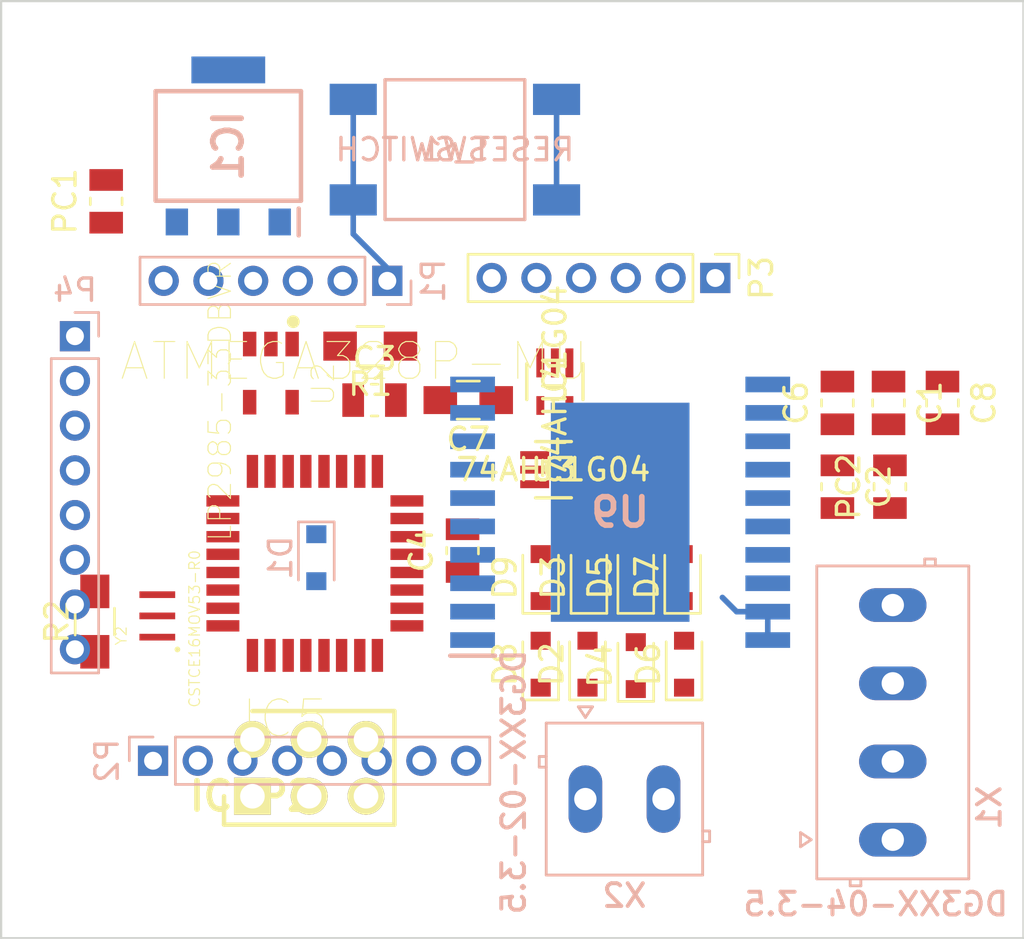
<source format=kicad_pcb>
(kicad_pcb (version 4) (host pcbnew 4.0.7)

  (general
    (links 107)
    (no_connects 103)
    (area 0 0 0 0)
    (thickness 1.6)
    (drawings 8)
    (tracks 8)
    (zones 0)
    (modules 35)
    (nets 50)
  )

  (page A4)
  (layers
    (0 F.Cu signal hide)
    (31 B.Cu signal)
    (32 B.Adhes user hide)
    (33 F.Adhes user hide)
    (34 B.Paste user hide)
    (35 F.Paste user hide)
    (36 B.SilkS user hide)
    (37 F.SilkS user hide)
    (38 B.Mask user hide)
    (39 F.Mask user hide)
    (40 Dwgs.User user hide)
    (41 Cmts.User user hide)
    (42 Eco1.User user hide)
    (43 Eco2.User user hide)
    (44 Edge.Cuts user)
    (45 Margin user hide)
    (46 B.CrtYd user hide)
    (47 F.CrtYd user hide)
    (48 B.Fab user hide)
    (49 F.Fab user hide)
  )

  (setup
    (last_trace_width 0.25)
    (trace_clearance 0.2)
    (zone_clearance 0.508)
    (zone_45_only no)
    (trace_min 0.2)
    (segment_width 0.2)
    (edge_width 0.1)
    (via_size 0.6)
    (via_drill 0.4)
    (via_min_size 0.4)
    (via_min_drill 0.3)
    (uvia_size 0.3)
    (uvia_drill 0.1)
    (uvias_allowed no)
    (uvia_min_size 0.2)
    (uvia_min_drill 0.1)
    (pcb_text_width 0.3)
    (pcb_text_size 1.5 1.5)
    (mod_edge_width 0.15)
    (mod_text_size 1 1)
    (mod_text_width 0.15)
    (pad_size 1.5 1.5)
    (pad_drill 0.6)
    (pad_to_mask_clearance 0)
    (aux_axis_origin 0 0)
    (visible_elements 7FFFFFFF)
    (pcbplotparams
      (layerselection 0x00030_80000001)
      (usegerberextensions false)
      (excludeedgelayer true)
      (linewidth 0.100000)
      (plotframeref false)
      (viasonmask false)
      (mode 1)
      (useauxorigin false)
      (hpglpennumber 1)
      (hpglpenspeed 20)
      (hpglpendiameter 15)
      (hpglpenoverlay 2)
      (psnegative false)
      (psa4output false)
      (plotreference true)
      (plotvalue true)
      (plotinvisibletext false)
      (padsonsilk false)
      (subtractmaskfromsilk false)
      (outputformat 1)
      (mirror false)
      (drillshape 1)
      (scaleselection 1)
      (outputdirectory ""))
  )

  (net 0 "")
  (net 1 GND)
  (net 2 +5V)
  (net 3 "Net-(C2-Pad2)")
  (net 4 /Headers/+3V3)
  (net 5 /ATMEGA328P/AREF)
  (net 6 "Net-(C4-Pad2)")
  (net 7 /Driver/PWRIN)
  (net 8 /Headers/VIN)
  (net 9 "/Motor Outputs/PWRIN")
  (net 10 "Net-(IC1-Pad1)")
  (net 11 /ATMEGA328P/PWMA)
  (net 12 /ATMEGA328P/IO4)
  (net 13 "Net-(IC5-Pad7)")
  (net 14 "Net-(IC5-Pad8)")
  (net 15 /ATMEGA328P/IO5)
  (net 16 /ATMEGA328P/IO6)
  (net 17 /ATMEGA328P/IO7)
  (net 18 /ATMEGA328P/IO8)
  (net 19 /ATMEGA328P/IO9)
  (net 20 /ATMEGA328P/SS)
  (net 21 /ATMEGA328P/PWMB)
  (net 22 /ATMEGA328P/DIRA)
  (net 23 /ATMEGA328P/DIRB)
  (net 24 "Net-(IC5-Pad19)")
  (net 25 "Net-(IC5-Pad22)")
  (net 26 /ATMEGA328P/AD0)
  (net 27 /ATMEGA328P/AD1)
  (net 28 /ATMEGA328P/AD2)
  (net 29 /ATMEGA328P/AD3)
  (net 30 /ATMEGA328P/AD4)
  (net 31 /ATMEGA328P/AD5)
  (net 32 /ATMEGA328P/RESET)
  (net 33 /ATMEGA328P/IO0)
  (net 34 /ATMEGA328P/IO1)
  (net 35 /ATMEGA328P/IO2)
  (net 36 "Net-(PC1-Pad2)")
  (net 37 "Net-(PC2-Pad2)")
  (net 38 "Net-(SW1-Pad1)")
  (net 39 "Net-(U2-Pad4)")
  (net 40 "Net-(U3-Pad4)")
  (net 41 "Net-(U4-Pad4)")
  (net 42 "Net-(U9-Pad3)")
  (net 43 /Driver/OUT1)
  (net 44 /Driver/OUT2)
  (net 45 /Driver/OUT3)
  (net 46 /Driver/OUT4)
  (net 47 "Net-(U9-Pad18)")
  (net 48 "Net-(X2-Pad2)")
  (net 49 "Net-(Y2-Pad2)")

  (net_class Default "This is the default net class."
    (clearance 0.2)
    (trace_width 0.25)
    (via_dia 0.6)
    (via_drill 0.4)
    (uvia_dia 0.3)
    (uvia_drill 0.1)
    (add_net +5V)
    (add_net /ATMEGA328P/AD0)
    (add_net /ATMEGA328P/AD1)
    (add_net /ATMEGA328P/AD2)
    (add_net /ATMEGA328P/AD3)
    (add_net /ATMEGA328P/AD4)
    (add_net /ATMEGA328P/AD5)
    (add_net /ATMEGA328P/AREF)
    (add_net /ATMEGA328P/DIRA)
    (add_net /ATMEGA328P/DIRB)
    (add_net /ATMEGA328P/IO0)
    (add_net /ATMEGA328P/IO1)
    (add_net /ATMEGA328P/IO2)
    (add_net /ATMEGA328P/IO4)
    (add_net /ATMEGA328P/IO5)
    (add_net /ATMEGA328P/IO6)
    (add_net /ATMEGA328P/IO7)
    (add_net /ATMEGA328P/IO8)
    (add_net /ATMEGA328P/IO9)
    (add_net /ATMEGA328P/PWMA)
    (add_net /ATMEGA328P/PWMB)
    (add_net /ATMEGA328P/RESET)
    (add_net /ATMEGA328P/SS)
    (add_net /Driver/OUT1)
    (add_net /Driver/OUT2)
    (add_net /Driver/OUT3)
    (add_net /Driver/OUT4)
    (add_net /Driver/PWRIN)
    (add_net /Headers/+3V3)
    (add_net /Headers/VIN)
    (add_net "/Motor Outputs/PWRIN")
    (add_net GND)
    (add_net "Net-(C2-Pad2)")
    (add_net "Net-(C4-Pad2)")
    (add_net "Net-(IC1-Pad1)")
    (add_net "Net-(IC5-Pad19)")
    (add_net "Net-(IC5-Pad22)")
    (add_net "Net-(IC5-Pad7)")
    (add_net "Net-(IC5-Pad8)")
    (add_net "Net-(PC1-Pad2)")
    (add_net "Net-(PC2-Pad2)")
    (add_net "Net-(SW1-Pad1)")
    (add_net "Net-(U2-Pad4)")
    (add_net "Net-(U3-Pad4)")
    (add_net "Net-(U4-Pad4)")
    (add_net "Net-(U9-Pad18)")
    (add_net "Net-(U9-Pad3)")
    (add_net "Net-(X2-Pad2)")
    (add_net "Net-(Y2-Pad2)")
  )

  (module Capacitor_SMD:C_0805_2012Metric (layer F.Cu) (tedit 59FE48B8) (tstamp 5AA7FF7B)
    (at 126.0475 119.5705 270)
    (descr "Capacitor SMD 0805 (2012 Metric), square (rectangular) end terminal, IPC_7351 nominal, (Body size source: http://www.tortai-tech.com/upload/download/2011102023233369053.pdf), generated with kicad-footprint-generator")
    (tags capacitor)
    (path /5A845975/5A0B5B71)
    (attr smd)
    (fp_text reference C1 (at 0 -1.85 270) (layer F.SilkS)
      (effects (font (size 1 1) (thickness 0.15)))
    )
    (fp_text value 1uF (at 0 1.85 270) (layer F.Fab)
      (effects (font (size 1 1) (thickness 0.15)))
    )
    (fp_line (start -1 0.6) (end -1 -0.6) (layer F.Fab) (width 0.1))
    (fp_line (start -1 -0.6) (end 1 -0.6) (layer F.Fab) (width 0.1))
    (fp_line (start 1 -0.6) (end 1 0.6) (layer F.Fab) (width 0.1))
    (fp_line (start 1 0.6) (end -1 0.6) (layer F.Fab) (width 0.1))
    (fp_line (start -0.15 -0.71) (end 0.15 -0.71) (layer F.SilkS) (width 0.12))
    (fp_line (start -0.15 0.71) (end 0.15 0.71) (layer F.SilkS) (width 0.12))
    (fp_line (start -1.69 1) (end -1.69 -1) (layer F.CrtYd) (width 0.05))
    (fp_line (start -1.69 -1) (end 1.69 -1) (layer F.CrtYd) (width 0.05))
    (fp_line (start 1.69 -1) (end 1.69 1) (layer F.CrtYd) (width 0.05))
    (fp_line (start 1.69 1) (end -1.69 1) (layer F.CrtYd) (width 0.05))
    (fp_text user %R (at 0 0 270) (layer F.Fab)
      (effects (font (size 0.5 0.5) (thickness 0.08)))
    )
    (pad 1 smd rect (at -0.955 0 270) (size 0.97 1.5) (layers F.Cu F.Paste F.Mask)
      (net 1 GND))
    (pad 2 smd rect (at 0.955 0 270) (size 0.97 1.5) (layers F.Cu F.Paste F.Mask)
      (net 2 +5V))
    (model ${KISYS3DMOD}/Capacitor_SMD.3dshapes/C_0805_2012Metric.wrl
      (at (xyz 0 0 0))
      (scale (xyz 1 1 1))
      (rotate (xyz 0 0 0))
    )
  )

  (module Capacitor_SMD:C_0805_2012Metric (layer F.Cu) (tedit 59FE48B8) (tstamp 5AA7FF8C)
    (at 123.7615 123.317 270)
    (descr "Capacitor SMD 0805 (2012 Metric), square (rectangular) end terminal, IPC_7351 nominal, (Body size source: http://www.tortai-tech.com/upload/download/2011102023233369053.pdf), generated with kicad-footprint-generator")
    (tags capacitor)
    (path /55CCFEA2/55CD0087)
    (attr smd)
    (fp_text reference C2 (at 0 -1.85 270) (layer F.SilkS)
      (effects (font (size 1 1) (thickness 0.15)))
    )
    (fp_text value "0.1 uF" (at 0 1.85 270) (layer F.Fab)
      (effects (font (size 1 1) (thickness 0.15)))
    )
    (fp_line (start -1 0.6) (end -1 -0.6) (layer F.Fab) (width 0.1))
    (fp_line (start -1 -0.6) (end 1 -0.6) (layer F.Fab) (width 0.1))
    (fp_line (start 1 -0.6) (end 1 0.6) (layer F.Fab) (width 0.1))
    (fp_line (start 1 0.6) (end -1 0.6) (layer F.Fab) (width 0.1))
    (fp_line (start -0.15 -0.71) (end 0.15 -0.71) (layer F.SilkS) (width 0.12))
    (fp_line (start -0.15 0.71) (end 0.15 0.71) (layer F.SilkS) (width 0.12))
    (fp_line (start -1.69 1) (end -1.69 -1) (layer F.CrtYd) (width 0.05))
    (fp_line (start -1.69 -1) (end 1.69 -1) (layer F.CrtYd) (width 0.05))
    (fp_line (start 1.69 -1) (end 1.69 1) (layer F.CrtYd) (width 0.05))
    (fp_line (start 1.69 1) (end -1.69 1) (layer F.CrtYd) (width 0.05))
    (fp_text user %R (at 0 0 270) (layer F.Fab)
      (effects (font (size 0.5 0.5) (thickness 0.08)))
    )
    (pad 1 smd rect (at -0.955 0 270) (size 0.97 1.5) (layers F.Cu F.Paste F.Mask)
      (net 2 +5V))
    (pad 2 smd rect (at 0.955 0 270) (size 0.97 1.5) (layers F.Cu F.Paste F.Mask)
      (net 3 "Net-(C2-Pad2)"))
    (model ${KISYS3DMOD}/Capacitor_SMD.3dshapes/C_0805_2012Metric.wrl
      (at (xyz 0 0 0))
      (scale (xyz 1 1 1))
      (rotate (xyz 0 0 0))
    )
  )

  (module Capacitor_SMD:C_0805_2012Metric (layer F.Cu) (tedit 59FE48B8) (tstamp 5AA7FF9D)
    (at 103.0605 119.4435)
    (descr "Capacitor SMD 0805 (2012 Metric), square (rectangular) end terminal, IPC_7351 nominal, (Body size source: http://www.tortai-tech.com/upload/download/2011102023233369053.pdf), generated with kicad-footprint-generator")
    (tags capacitor)
    (path /55CCFEA2/5AA02A53)
    (attr smd)
    (fp_text reference C3 (at 0 -1.85) (layer F.SilkS)
      (effects (font (size 1 1) (thickness 0.15)))
    )
    (fp_text value "1 uF" (at 0 1.85) (layer F.Fab)
      (effects (font (size 1 1) (thickness 0.15)))
    )
    (fp_line (start -1 0.6) (end -1 -0.6) (layer F.Fab) (width 0.1))
    (fp_line (start -1 -0.6) (end 1 -0.6) (layer F.Fab) (width 0.1))
    (fp_line (start 1 -0.6) (end 1 0.6) (layer F.Fab) (width 0.1))
    (fp_line (start 1 0.6) (end -1 0.6) (layer F.Fab) (width 0.1))
    (fp_line (start -0.15 -0.71) (end 0.15 -0.71) (layer F.SilkS) (width 0.12))
    (fp_line (start -0.15 0.71) (end 0.15 0.71) (layer F.SilkS) (width 0.12))
    (fp_line (start -1.69 1) (end -1.69 -1) (layer F.CrtYd) (width 0.05))
    (fp_line (start -1.69 -1) (end 1.69 -1) (layer F.CrtYd) (width 0.05))
    (fp_line (start 1.69 -1) (end 1.69 1) (layer F.CrtYd) (width 0.05))
    (fp_line (start 1.69 1) (end -1.69 1) (layer F.CrtYd) (width 0.05))
    (fp_text user %R (at 0 0) (layer F.Fab)
      (effects (font (size 0.5 0.5) (thickness 0.08)))
    )
    (pad 1 smd rect (at -0.955 0) (size 0.97 1.5) (layers F.Cu F.Paste F.Mask)
      (net 4 /Headers/+3V3))
    (pad 2 smd rect (at 0.955 0) (size 0.97 1.5) (layers F.Cu F.Paste F.Mask)
      (net 1 GND))
    (model ${KISYS3DMOD}/Capacitor_SMD.3dshapes/C_0805_2012Metric.wrl
      (at (xyz 0 0 0))
      (scale (xyz 1 1 1))
      (rotate (xyz 0 0 0))
    )
  )

  (module Capacitor_SMD:C_0805_2012Metric (layer F.Cu) (tedit 59FE48B8) (tstamp 5AA7FFAE)
    (at 106.9975 126.1745 90)
    (descr "Capacitor SMD 0805 (2012 Metric), square (rectangular) end terminal, IPC_7351 nominal, (Body size source: http://www.tortai-tech.com/upload/download/2011102023233369053.pdf), generated with kicad-footprint-generator")
    (tags capacitor)
    (path /55E89CE4/56159BB8)
    (attr smd)
    (fp_text reference C4 (at 0 -1.85 90) (layer F.SilkS)
      (effects (font (size 1 1) (thickness 0.15)))
    )
    (fp_text value "0.1 uF" (at 0 1.85 90) (layer F.Fab)
      (effects (font (size 1 1) (thickness 0.15)))
    )
    (fp_line (start -1 0.6) (end -1 -0.6) (layer F.Fab) (width 0.1))
    (fp_line (start -1 -0.6) (end 1 -0.6) (layer F.Fab) (width 0.1))
    (fp_line (start 1 -0.6) (end 1 0.6) (layer F.Fab) (width 0.1))
    (fp_line (start 1 0.6) (end -1 0.6) (layer F.Fab) (width 0.1))
    (fp_line (start -0.15 -0.71) (end 0.15 -0.71) (layer F.SilkS) (width 0.12))
    (fp_line (start -0.15 0.71) (end 0.15 0.71) (layer F.SilkS) (width 0.12))
    (fp_line (start -1.69 1) (end -1.69 -1) (layer F.CrtYd) (width 0.05))
    (fp_line (start -1.69 -1) (end 1.69 -1) (layer F.CrtYd) (width 0.05))
    (fp_line (start 1.69 -1) (end 1.69 1) (layer F.CrtYd) (width 0.05))
    (fp_line (start 1.69 1) (end -1.69 1) (layer F.CrtYd) (width 0.05))
    (fp_text user %R (at 0 0 90) (layer F.Fab)
      (effects (font (size 0.5 0.5) (thickness 0.08)))
    )
    (pad 1 smd rect (at -0.955 0 90) (size 0.97 1.5) (layers F.Cu F.Paste F.Mask)
      (net 5 /ATMEGA328P/AREF))
    (pad 2 smd rect (at 0.955 0 90) (size 0.97 1.5) (layers F.Cu F.Paste F.Mask)
      (net 6 "Net-(C4-Pad2)"))
    (model ${KISYS3DMOD}/Capacitor_SMD.3dshapes/C_0805_2012Metric.wrl
      (at (xyz 0 0 0))
      (scale (xyz 1 1 1))
      (rotate (xyz 0 0 0))
    )
  )

  (module Capacitor_SMD:C_0805_2012Metric (layer F.Cu) (tedit 59FE48B8) (tstamp 5AA7FFBF)
    (at 123.7615 119.5705 90)
    (descr "Capacitor SMD 0805 (2012 Metric), square (rectangular) end terminal, IPC_7351 nominal, (Body size source: http://www.tortai-tech.com/upload/download/2011102023233369053.pdf), generated with kicad-footprint-generator")
    (tags capacitor)
    (path /55E89CE4/56159BD3)
    (attr smd)
    (fp_text reference C6 (at 0 -1.85 90) (layer F.SilkS)
      (effects (font (size 1 1) (thickness 0.15)))
    )
    (fp_text value "0.1 uF" (at 0 1.85 90) (layer F.Fab)
      (effects (font (size 1 1) (thickness 0.15)))
    )
    (fp_line (start -1 0.6) (end -1 -0.6) (layer F.Fab) (width 0.1))
    (fp_line (start -1 -0.6) (end 1 -0.6) (layer F.Fab) (width 0.1))
    (fp_line (start 1 -0.6) (end 1 0.6) (layer F.Fab) (width 0.1))
    (fp_line (start 1 0.6) (end -1 0.6) (layer F.Fab) (width 0.1))
    (fp_line (start -0.15 -0.71) (end 0.15 -0.71) (layer F.SilkS) (width 0.12))
    (fp_line (start -0.15 0.71) (end 0.15 0.71) (layer F.SilkS) (width 0.12))
    (fp_line (start -1.69 1) (end -1.69 -1) (layer F.CrtYd) (width 0.05))
    (fp_line (start -1.69 -1) (end 1.69 -1) (layer F.CrtYd) (width 0.05))
    (fp_line (start 1.69 -1) (end 1.69 1) (layer F.CrtYd) (width 0.05))
    (fp_line (start 1.69 1) (end -1.69 1) (layer F.CrtYd) (width 0.05))
    (fp_text user %R (at 0 0 90) (layer F.Fab)
      (effects (font (size 0.5 0.5) (thickness 0.08)))
    )
    (pad 1 smd rect (at -0.955 0 90) (size 0.97 1.5) (layers F.Cu F.Paste F.Mask)
      (net 2 +5V))
    (pad 2 smd rect (at 0.955 0 90) (size 0.97 1.5) (layers F.Cu F.Paste F.Mask)
      (net 1 GND))
    (model ${KISYS3DMOD}/Capacitor_SMD.3dshapes/C_0805_2012Metric.wrl
      (at (xyz 0 0 0))
      (scale (xyz 1 1 1))
      (rotate (xyz 0 0 0))
    )
  )

  (module Capacitors_SMD:C_0805_HandSoldering (layer F.Cu) (tedit 58AA84A8) (tstamp 5AA7FFD0)
    (at 107.2515 119.4435 180)
    (descr "Capacitor SMD 0805, hand soldering")
    (tags "capacitor 0805")
    (path /5A845975/5AA17B72)
    (attr smd)
    (fp_text reference C7 (at 0 -1.75 180) (layer F.SilkS)
      (effects (font (size 1 1) (thickness 0.15)))
    )
    (fp_text value 100uF,25V (at 0 1.75 180) (layer F.Fab)
      (effects (font (size 1 1) (thickness 0.15)))
    )
    (fp_text user %R (at 0 -1.75 180) (layer F.Fab)
      (effects (font (size 1 1) (thickness 0.15)))
    )
    (fp_line (start -1 0.62) (end -1 -0.62) (layer F.Fab) (width 0.1))
    (fp_line (start 1 0.62) (end -1 0.62) (layer F.Fab) (width 0.1))
    (fp_line (start 1 -0.62) (end 1 0.62) (layer F.Fab) (width 0.1))
    (fp_line (start -1 -0.62) (end 1 -0.62) (layer F.Fab) (width 0.1))
    (fp_line (start 0.5 -0.85) (end -0.5 -0.85) (layer F.SilkS) (width 0.12))
    (fp_line (start -0.5 0.85) (end 0.5 0.85) (layer F.SilkS) (width 0.12))
    (fp_line (start -2.25 -0.88) (end 2.25 -0.88) (layer F.CrtYd) (width 0.05))
    (fp_line (start -2.25 -0.88) (end -2.25 0.87) (layer F.CrtYd) (width 0.05))
    (fp_line (start 2.25 0.87) (end 2.25 -0.88) (layer F.CrtYd) (width 0.05))
    (fp_line (start 2.25 0.87) (end -2.25 0.87) (layer F.CrtYd) (width 0.05))
    (pad 1 smd rect (at -1.25 0 180) (size 1.5 1.25) (layers F.Cu F.Paste F.Mask)
      (net 7 /Driver/PWRIN))
    (pad 2 smd rect (at 1.25 0 180) (size 1.5 1.25) (layers F.Cu F.Paste F.Mask)
      (net 1 GND))
    (model Capacitors_SMD.3dshapes/C_0805.wrl
      (at (xyz 0 0 0))
      (scale (xyz 1 1 1))
      (rotate (xyz 0 0 0))
    )
  )

  (module Capacitor_SMD:C_0805_2012Metric (layer F.Cu) (tedit 59FE48B8) (tstamp 5AA7FFE1)
    (at 128.4605 119.5705 270)
    (descr "Capacitor SMD 0805 (2012 Metric), square (rectangular) end terminal, IPC_7351 nominal, (Body size source: http://www.tortai-tech.com/upload/download/2011102023233369053.pdf), generated with kicad-footprint-generator")
    (tags capacitor)
    (path /5A845975/5A0B4FB6)
    (attr smd)
    (fp_text reference C8 (at 0 -1.85 270) (layer F.SilkS)
      (effects (font (size 1 1) (thickness 0.15)))
    )
    (fp_text value 0.1uF (at 0 1.85 270) (layer F.Fab)
      (effects (font (size 1 1) (thickness 0.15)))
    )
    (fp_line (start -1 0.6) (end -1 -0.6) (layer F.Fab) (width 0.1))
    (fp_line (start -1 -0.6) (end 1 -0.6) (layer F.Fab) (width 0.1))
    (fp_line (start 1 -0.6) (end 1 0.6) (layer F.Fab) (width 0.1))
    (fp_line (start 1 0.6) (end -1 0.6) (layer F.Fab) (width 0.1))
    (fp_line (start -0.15 -0.71) (end 0.15 -0.71) (layer F.SilkS) (width 0.12))
    (fp_line (start -0.15 0.71) (end 0.15 0.71) (layer F.SilkS) (width 0.12))
    (fp_line (start -1.69 1) (end -1.69 -1) (layer F.CrtYd) (width 0.05))
    (fp_line (start -1.69 -1) (end 1.69 -1) (layer F.CrtYd) (width 0.05))
    (fp_line (start 1.69 -1) (end 1.69 1) (layer F.CrtYd) (width 0.05))
    (fp_line (start 1.69 1) (end -1.69 1) (layer F.CrtYd) (width 0.05))
    (fp_text user %R (at 0 0 270) (layer F.Fab)
      (effects (font (size 0.5 0.5) (thickness 0.08)))
    )
    (pad 1 smd rect (at -0.955 0 270) (size 0.97 1.5) (layers F.Cu F.Paste F.Mask)
      (net 1 GND))
    (pad 2 smd rect (at 0.955 0 270) (size 0.97 1.5) (layers F.Cu F.Paste F.Mask)
      (net 2 +5V))
    (model ${KISYS3DMOD}/Capacitor_SMD.3dshapes/C_0805_2012Metric.wrl
      (at (xyz 0 0 0))
      (scale (xyz 1 1 1))
      (rotate (xyz 0 0 0))
    )
  )

  (module Diodes_SMD:D_0805 (layer B.Cu) (tedit 590CE9A4) (tstamp 5AA7FFF9)
    (at 100.457 126.492 270)
    (descr "Diode SMD in 0805 package http://datasheets.avx.com/schottky.pdf")
    (tags "smd diode")
    (path /55CCFEA2/5A9FF517)
    (attr smd)
    (fp_text reference D1 (at 0 1.6 270) (layer B.SilkS)
      (effects (font (size 1 1) (thickness 0.15)) (justify mirror))
    )
    (fp_text value D (at 0 -1.7 270) (layer B.Fab)
      (effects (font (size 1 1) (thickness 0.15)) (justify mirror))
    )
    (fp_text user %R (at 0 1.6 270) (layer B.Fab)
      (effects (font (size 1 1) (thickness 0.15)) (justify mirror))
    )
    (fp_line (start -1.6 0.8) (end -1.6 -0.8) (layer B.SilkS) (width 0.12))
    (fp_line (start -1.7 -0.88) (end -1.7 0.88) (layer B.CrtYd) (width 0.05))
    (fp_line (start 1.7 -0.88) (end -1.7 -0.88) (layer B.CrtYd) (width 0.05))
    (fp_line (start 1.7 0.88) (end 1.7 -0.88) (layer B.CrtYd) (width 0.05))
    (fp_line (start -1.7 0.88) (end 1.7 0.88) (layer B.CrtYd) (width 0.05))
    (fp_line (start 0.2 0) (end 0.4 0) (layer B.Fab) (width 0.1))
    (fp_line (start -0.1 0) (end -0.3 0) (layer B.Fab) (width 0.1))
    (fp_line (start -0.1 0.2) (end -0.1 -0.2) (layer B.Fab) (width 0.1))
    (fp_line (start 0.2 -0.2) (end 0.2 0.2) (layer B.Fab) (width 0.1))
    (fp_line (start -0.1 0) (end 0.2 -0.2) (layer B.Fab) (width 0.1))
    (fp_line (start 0.2 0.2) (end -0.1 0) (layer B.Fab) (width 0.1))
    (fp_line (start -1 -0.65) (end -1 0.65) (layer B.Fab) (width 0.1))
    (fp_line (start 1 -0.65) (end -1 -0.65) (layer B.Fab) (width 0.1))
    (fp_line (start 1 0.65) (end 1 -0.65) (layer B.Fab) (width 0.1))
    (fp_line (start -1 0.65) (end 1 0.65) (layer B.Fab) (width 0.1))
    (fp_line (start -1.6 -0.8) (end 1 -0.8) (layer B.SilkS) (width 0.12))
    (fp_line (start -1.6 0.8) (end 1 0.8) (layer B.SilkS) (width 0.12))
    (pad 1 smd rect (at -1.05 0 270) (size 0.8 0.9) (layers B.Cu B.Paste B.Mask)
      (net 8 /Headers/VIN))
    (pad 2 smd rect (at 1.05 0 270) (size 0.8 0.9) (layers B.Cu B.Paste B.Mask)
      (net 9 "/Motor Outputs/PWRIN"))
    (model ${KISYS3DMOD}/Diodes_SMD.3dshapes/D_0805.wrl
      (at (xyz 0 0 0))
      (scale (xyz 1 1 1))
      (rotate (xyz 0 0 0))
    )
  )

  (module Diodes_SMD:D_0805 (layer F.Cu) (tedit 590CE9A4) (tstamp 5AA80011)
    (at 112.5855 131.2545 90)
    (descr "Diode SMD in 0805 package http://datasheets.avx.com/schottky.pdf")
    (tags "smd diode")
    (path /5A845897/5AA7D6C2)
    (attr smd)
    (fp_text reference D2 (at 0 -1.6 90) (layer F.SilkS)
      (effects (font (size 1 1) (thickness 0.15)))
    )
    (fp_text value D (at 0 1.7 90) (layer F.Fab)
      (effects (font (size 1 1) (thickness 0.15)))
    )
    (fp_text user %R (at 0 -1.6 90) (layer F.Fab)
      (effects (font (size 1 1) (thickness 0.15)))
    )
    (fp_line (start -1.6 -0.8) (end -1.6 0.8) (layer F.SilkS) (width 0.12))
    (fp_line (start -1.7 0.88) (end -1.7 -0.88) (layer F.CrtYd) (width 0.05))
    (fp_line (start 1.7 0.88) (end -1.7 0.88) (layer F.CrtYd) (width 0.05))
    (fp_line (start 1.7 -0.88) (end 1.7 0.88) (layer F.CrtYd) (width 0.05))
    (fp_line (start -1.7 -0.88) (end 1.7 -0.88) (layer F.CrtYd) (width 0.05))
    (fp_line (start 0.2 0) (end 0.4 0) (layer F.Fab) (width 0.1))
    (fp_line (start -0.1 0) (end -0.3 0) (layer F.Fab) (width 0.1))
    (fp_line (start -0.1 -0.2) (end -0.1 0.2) (layer F.Fab) (width 0.1))
    (fp_line (start 0.2 0.2) (end 0.2 -0.2) (layer F.Fab) (width 0.1))
    (fp_line (start -0.1 0) (end 0.2 0.2) (layer F.Fab) (width 0.1))
    (fp_line (start 0.2 -0.2) (end -0.1 0) (layer F.Fab) (width 0.1))
    (fp_line (start -1 0.65) (end -1 -0.65) (layer F.Fab) (width 0.1))
    (fp_line (start 1 0.65) (end -1 0.65) (layer F.Fab) (width 0.1))
    (fp_line (start 1 -0.65) (end 1 0.65) (layer F.Fab) (width 0.1))
    (fp_line (start -1 -0.65) (end 1 -0.65) (layer F.Fab) (width 0.1))
    (fp_line (start -1.6 0.8) (end 1 0.8) (layer F.SilkS) (width 0.12))
    (fp_line (start -1.6 -0.8) (end 1 -0.8) (layer F.SilkS) (width 0.12))
    (pad 1 smd rect (at -1.05 0 90) (size 0.8 0.9) (layers F.Cu F.Paste F.Mask)
      (net 9 "/Motor Outputs/PWRIN"))
    (pad 2 smd rect (at 1.05 0 90) (size 0.8 0.9) (layers F.Cu F.Paste F.Mask)
      (net 43 /Driver/OUT1))
    (model ${KISYS3DMOD}/Diodes_SMD.3dshapes/D_0805.wrl
      (at (xyz 0 0 0))
      (scale (xyz 1 1 1))
      (rotate (xyz 0 0 0))
    )
  )

  (module Diodes_SMD:D_0805 (layer F.Cu) (tedit 590CE9A4) (tstamp 5AA80029)
    (at 112.649 127.381 90)
    (descr "Diode SMD in 0805 package http://datasheets.avx.com/schottky.pdf")
    (tags "smd diode")
    (path /5A845897/5AA7FA31)
    (attr smd)
    (fp_text reference D3 (at 0 -1.6 90) (layer F.SilkS)
      (effects (font (size 1 1) (thickness 0.15)))
    )
    (fp_text value D (at 0 1.7 90) (layer F.Fab)
      (effects (font (size 1 1) (thickness 0.15)))
    )
    (fp_text user %R (at 0 -1.6 90) (layer F.Fab)
      (effects (font (size 1 1) (thickness 0.15)))
    )
    (fp_line (start -1.6 -0.8) (end -1.6 0.8) (layer F.SilkS) (width 0.12))
    (fp_line (start -1.7 0.88) (end -1.7 -0.88) (layer F.CrtYd) (width 0.05))
    (fp_line (start 1.7 0.88) (end -1.7 0.88) (layer F.CrtYd) (width 0.05))
    (fp_line (start 1.7 -0.88) (end 1.7 0.88) (layer F.CrtYd) (width 0.05))
    (fp_line (start -1.7 -0.88) (end 1.7 -0.88) (layer F.CrtYd) (width 0.05))
    (fp_line (start 0.2 0) (end 0.4 0) (layer F.Fab) (width 0.1))
    (fp_line (start -0.1 0) (end -0.3 0) (layer F.Fab) (width 0.1))
    (fp_line (start -0.1 -0.2) (end -0.1 0.2) (layer F.Fab) (width 0.1))
    (fp_line (start 0.2 0.2) (end 0.2 -0.2) (layer F.Fab) (width 0.1))
    (fp_line (start -0.1 0) (end 0.2 0.2) (layer F.Fab) (width 0.1))
    (fp_line (start 0.2 -0.2) (end -0.1 0) (layer F.Fab) (width 0.1))
    (fp_line (start -1 0.65) (end -1 -0.65) (layer F.Fab) (width 0.1))
    (fp_line (start 1 0.65) (end -1 0.65) (layer F.Fab) (width 0.1))
    (fp_line (start 1 -0.65) (end 1 0.65) (layer F.Fab) (width 0.1))
    (fp_line (start -1 -0.65) (end 1 -0.65) (layer F.Fab) (width 0.1))
    (fp_line (start -1.6 0.8) (end 1 0.8) (layer F.SilkS) (width 0.12))
    (fp_line (start -1.6 -0.8) (end 1 -0.8) (layer F.SilkS) (width 0.12))
    (pad 1 smd rect (at -1.05 0 90) (size 0.8 0.9) (layers F.Cu F.Paste F.Mask)
      (net 43 /Driver/OUT1))
    (pad 2 smd rect (at 1.05 0 90) (size 0.8 0.9) (layers F.Cu F.Paste F.Mask)
      (net 1 GND))
    (model ${KISYS3DMOD}/Diodes_SMD.3dshapes/D_0805.wrl
      (at (xyz 0 0 0))
      (scale (xyz 1 1 1))
      (rotate (xyz 0 0 0))
    )
  )

  (module Diodes_SMD:D_0805 (layer F.Cu) (tedit 590CE9A4) (tstamp 5AA80041)
    (at 114.7445 131.318 90)
    (descr "Diode SMD in 0805 package http://datasheets.avx.com/schottky.pdf")
    (tags "smd diode")
    (path /5A845897/5AA7D743)
    (attr smd)
    (fp_text reference D4 (at 0 -1.6 90) (layer F.SilkS)
      (effects (font (size 1 1) (thickness 0.15)))
    )
    (fp_text value D (at 0 1.7 90) (layer F.Fab)
      (effects (font (size 1 1) (thickness 0.15)))
    )
    (fp_text user %R (at 0 -1.6 90) (layer F.Fab)
      (effects (font (size 1 1) (thickness 0.15)))
    )
    (fp_line (start -1.6 -0.8) (end -1.6 0.8) (layer F.SilkS) (width 0.12))
    (fp_line (start -1.7 0.88) (end -1.7 -0.88) (layer F.CrtYd) (width 0.05))
    (fp_line (start 1.7 0.88) (end -1.7 0.88) (layer F.CrtYd) (width 0.05))
    (fp_line (start 1.7 -0.88) (end 1.7 0.88) (layer F.CrtYd) (width 0.05))
    (fp_line (start -1.7 -0.88) (end 1.7 -0.88) (layer F.CrtYd) (width 0.05))
    (fp_line (start 0.2 0) (end 0.4 0) (layer F.Fab) (width 0.1))
    (fp_line (start -0.1 0) (end -0.3 0) (layer F.Fab) (width 0.1))
    (fp_line (start -0.1 -0.2) (end -0.1 0.2) (layer F.Fab) (width 0.1))
    (fp_line (start 0.2 0.2) (end 0.2 -0.2) (layer F.Fab) (width 0.1))
    (fp_line (start -0.1 0) (end 0.2 0.2) (layer F.Fab) (width 0.1))
    (fp_line (start 0.2 -0.2) (end -0.1 0) (layer F.Fab) (width 0.1))
    (fp_line (start -1 0.65) (end -1 -0.65) (layer F.Fab) (width 0.1))
    (fp_line (start 1 0.65) (end -1 0.65) (layer F.Fab) (width 0.1))
    (fp_line (start 1 -0.65) (end 1 0.65) (layer F.Fab) (width 0.1))
    (fp_line (start -1 -0.65) (end 1 -0.65) (layer F.Fab) (width 0.1))
    (fp_line (start -1.6 0.8) (end 1 0.8) (layer F.SilkS) (width 0.12))
    (fp_line (start -1.6 -0.8) (end 1 -0.8) (layer F.SilkS) (width 0.12))
    (pad 1 smd rect (at -1.05 0 90) (size 0.8 0.9) (layers F.Cu F.Paste F.Mask)
      (net 9 "/Motor Outputs/PWRIN"))
    (pad 2 smd rect (at 1.05 0 90) (size 0.8 0.9) (layers F.Cu F.Paste F.Mask)
      (net 44 /Driver/OUT2))
    (model ${KISYS3DMOD}/Diodes_SMD.3dshapes/D_0805.wrl
      (at (xyz 0 0 0))
      (scale (xyz 1 1 1))
      (rotate (xyz 0 0 0))
    )
  )

  (module Diodes_SMD:D_0805 (layer F.Cu) (tedit 590CE9A4) (tstamp 5AA80059)
    (at 114.7445 127.381 90)
    (descr "Diode SMD in 0805 package http://datasheets.avx.com/schottky.pdf")
    (tags "smd diode")
    (path /5A845897/5AA7F99A)
    (attr smd)
    (fp_text reference D5 (at 0 -1.6 90) (layer F.SilkS)
      (effects (font (size 1 1) (thickness 0.15)))
    )
    (fp_text value D (at 0 1.7 90) (layer F.Fab)
      (effects (font (size 1 1) (thickness 0.15)))
    )
    (fp_text user %R (at 0 -1.6 90) (layer F.Fab)
      (effects (font (size 1 1) (thickness 0.15)))
    )
    (fp_line (start -1.6 -0.8) (end -1.6 0.8) (layer F.SilkS) (width 0.12))
    (fp_line (start -1.7 0.88) (end -1.7 -0.88) (layer F.CrtYd) (width 0.05))
    (fp_line (start 1.7 0.88) (end -1.7 0.88) (layer F.CrtYd) (width 0.05))
    (fp_line (start 1.7 -0.88) (end 1.7 0.88) (layer F.CrtYd) (width 0.05))
    (fp_line (start -1.7 -0.88) (end 1.7 -0.88) (layer F.CrtYd) (width 0.05))
    (fp_line (start 0.2 0) (end 0.4 0) (layer F.Fab) (width 0.1))
    (fp_line (start -0.1 0) (end -0.3 0) (layer F.Fab) (width 0.1))
    (fp_line (start -0.1 -0.2) (end -0.1 0.2) (layer F.Fab) (width 0.1))
    (fp_line (start 0.2 0.2) (end 0.2 -0.2) (layer F.Fab) (width 0.1))
    (fp_line (start -0.1 0) (end 0.2 0.2) (layer F.Fab) (width 0.1))
    (fp_line (start 0.2 -0.2) (end -0.1 0) (layer F.Fab) (width 0.1))
    (fp_line (start -1 0.65) (end -1 -0.65) (layer F.Fab) (width 0.1))
    (fp_line (start 1 0.65) (end -1 0.65) (layer F.Fab) (width 0.1))
    (fp_line (start 1 -0.65) (end 1 0.65) (layer F.Fab) (width 0.1))
    (fp_line (start -1 -0.65) (end 1 -0.65) (layer F.Fab) (width 0.1))
    (fp_line (start -1.6 0.8) (end 1 0.8) (layer F.SilkS) (width 0.12))
    (fp_line (start -1.6 -0.8) (end 1 -0.8) (layer F.SilkS) (width 0.12))
    (pad 1 smd rect (at -1.05 0 90) (size 0.8 0.9) (layers F.Cu F.Paste F.Mask)
      (net 44 /Driver/OUT2))
    (pad 2 smd rect (at 1.05 0 90) (size 0.8 0.9) (layers F.Cu F.Paste F.Mask)
      (net 1 GND))
    (model ${KISYS3DMOD}/Diodes_SMD.3dshapes/D_0805.wrl
      (at (xyz 0 0 0))
      (scale (xyz 1 1 1))
      (rotate (xyz 0 0 0))
    )
  )

  (module Diodes_SMD:D_0805 (layer F.Cu) (tedit 590CE9A4) (tstamp 5AA80071)
    (at 116.9035 131.2545 90)
    (descr "Diode SMD in 0805 package http://datasheets.avx.com/schottky.pdf")
    (tags "smd diode")
    (path /5A845897/5AA7D774)
    (attr smd)
    (fp_text reference D6 (at 0 -1.6 90) (layer F.SilkS)
      (effects (font (size 1 1) (thickness 0.15)))
    )
    (fp_text value D (at 0 1.7 90) (layer F.Fab)
      (effects (font (size 1 1) (thickness 0.15)))
    )
    (fp_text user %R (at 0 -1.6 90) (layer F.Fab)
      (effects (font (size 1 1) (thickness 0.15)))
    )
    (fp_line (start -1.6 -0.8) (end -1.6 0.8) (layer F.SilkS) (width 0.12))
    (fp_line (start -1.7 0.88) (end -1.7 -0.88) (layer F.CrtYd) (width 0.05))
    (fp_line (start 1.7 0.88) (end -1.7 0.88) (layer F.CrtYd) (width 0.05))
    (fp_line (start 1.7 -0.88) (end 1.7 0.88) (layer F.CrtYd) (width 0.05))
    (fp_line (start -1.7 -0.88) (end 1.7 -0.88) (layer F.CrtYd) (width 0.05))
    (fp_line (start 0.2 0) (end 0.4 0) (layer F.Fab) (width 0.1))
    (fp_line (start -0.1 0) (end -0.3 0) (layer F.Fab) (width 0.1))
    (fp_line (start -0.1 -0.2) (end -0.1 0.2) (layer F.Fab) (width 0.1))
    (fp_line (start 0.2 0.2) (end 0.2 -0.2) (layer F.Fab) (width 0.1))
    (fp_line (start -0.1 0) (end 0.2 0.2) (layer F.Fab) (width 0.1))
    (fp_line (start 0.2 -0.2) (end -0.1 0) (layer F.Fab) (width 0.1))
    (fp_line (start -1 0.65) (end -1 -0.65) (layer F.Fab) (width 0.1))
    (fp_line (start 1 0.65) (end -1 0.65) (layer F.Fab) (width 0.1))
    (fp_line (start 1 -0.65) (end 1 0.65) (layer F.Fab) (width 0.1))
    (fp_line (start -1 -0.65) (end 1 -0.65) (layer F.Fab) (width 0.1))
    (fp_line (start -1.6 0.8) (end 1 0.8) (layer F.SilkS) (width 0.12))
    (fp_line (start -1.6 -0.8) (end 1 -0.8) (layer F.SilkS) (width 0.12))
    (pad 1 smd rect (at -1.05 0 90) (size 0.8 0.9) (layers F.Cu F.Paste F.Mask)
      (net 9 "/Motor Outputs/PWRIN"))
    (pad 2 smd rect (at 1.05 0 90) (size 0.8 0.9) (layers F.Cu F.Paste F.Mask)
      (net 45 /Driver/OUT3))
    (model ${KISYS3DMOD}/Diodes_SMD.3dshapes/D_0805.wrl
      (at (xyz 0 0 0))
      (scale (xyz 1 1 1))
      (rotate (xyz 0 0 0))
    )
  )

  (module Diodes_SMD:D_0805 (layer F.Cu) (tedit 590CE9A4) (tstamp 5AA80089)
    (at 116.84 127.381 90)
    (descr "Diode SMD in 0805 package http://datasheets.avx.com/schottky.pdf")
    (tags "smd diode")
    (path /5A845897/5AA7F96F)
    (attr smd)
    (fp_text reference D7 (at 0 -1.6 90) (layer F.SilkS)
      (effects (font (size 1 1) (thickness 0.15)))
    )
    (fp_text value D (at 0 1.7 90) (layer F.Fab)
      (effects (font (size 1 1) (thickness 0.15)))
    )
    (fp_text user %R (at 0 -1.6 90) (layer F.Fab)
      (effects (font (size 1 1) (thickness 0.15)))
    )
    (fp_line (start -1.6 -0.8) (end -1.6 0.8) (layer F.SilkS) (width 0.12))
    (fp_line (start -1.7 0.88) (end -1.7 -0.88) (layer F.CrtYd) (width 0.05))
    (fp_line (start 1.7 0.88) (end -1.7 0.88) (layer F.CrtYd) (width 0.05))
    (fp_line (start 1.7 -0.88) (end 1.7 0.88) (layer F.CrtYd) (width 0.05))
    (fp_line (start -1.7 -0.88) (end 1.7 -0.88) (layer F.CrtYd) (width 0.05))
    (fp_line (start 0.2 0) (end 0.4 0) (layer F.Fab) (width 0.1))
    (fp_line (start -0.1 0) (end -0.3 0) (layer F.Fab) (width 0.1))
    (fp_line (start -0.1 -0.2) (end -0.1 0.2) (layer F.Fab) (width 0.1))
    (fp_line (start 0.2 0.2) (end 0.2 -0.2) (layer F.Fab) (width 0.1))
    (fp_line (start -0.1 0) (end 0.2 0.2) (layer F.Fab) (width 0.1))
    (fp_line (start 0.2 -0.2) (end -0.1 0) (layer F.Fab) (width 0.1))
    (fp_line (start -1 0.65) (end -1 -0.65) (layer F.Fab) (width 0.1))
    (fp_line (start 1 0.65) (end -1 0.65) (layer F.Fab) (width 0.1))
    (fp_line (start 1 -0.65) (end 1 0.65) (layer F.Fab) (width 0.1))
    (fp_line (start -1 -0.65) (end 1 -0.65) (layer F.Fab) (width 0.1))
    (fp_line (start -1.6 0.8) (end 1 0.8) (layer F.SilkS) (width 0.12))
    (fp_line (start -1.6 -0.8) (end 1 -0.8) (layer F.SilkS) (width 0.12))
    (pad 1 smd rect (at -1.05 0 90) (size 0.8 0.9) (layers F.Cu F.Paste F.Mask)
      (net 45 /Driver/OUT3))
    (pad 2 smd rect (at 1.05 0 90) (size 0.8 0.9) (layers F.Cu F.Paste F.Mask)
      (net 1 GND))
    (model ${KISYS3DMOD}/Diodes_SMD.3dshapes/D_0805.wrl
      (at (xyz 0 0 0))
      (scale (xyz 1 1 1))
      (rotate (xyz 0 0 0))
    )
  )

  (module Diodes_SMD:D_0805 (layer F.Cu) (tedit 590CE9A4) (tstamp 5AA800A1)
    (at 110.49 131.2545 90)
    (descr "Diode SMD in 0805 package http://datasheets.avx.com/schottky.pdf")
    (tags "smd diode")
    (path /5A845897/5AA7D7A7)
    (attr smd)
    (fp_text reference D8 (at 0 -1.6 90) (layer F.SilkS)
      (effects (font (size 1 1) (thickness 0.15)))
    )
    (fp_text value D (at 0 1.7 90) (layer F.Fab)
      (effects (font (size 1 1) (thickness 0.15)))
    )
    (fp_text user %R (at 0 -1.6 90) (layer F.Fab)
      (effects (font (size 1 1) (thickness 0.15)))
    )
    (fp_line (start -1.6 -0.8) (end -1.6 0.8) (layer F.SilkS) (width 0.12))
    (fp_line (start -1.7 0.88) (end -1.7 -0.88) (layer F.CrtYd) (width 0.05))
    (fp_line (start 1.7 0.88) (end -1.7 0.88) (layer F.CrtYd) (width 0.05))
    (fp_line (start 1.7 -0.88) (end 1.7 0.88) (layer F.CrtYd) (width 0.05))
    (fp_line (start -1.7 -0.88) (end 1.7 -0.88) (layer F.CrtYd) (width 0.05))
    (fp_line (start 0.2 0) (end 0.4 0) (layer F.Fab) (width 0.1))
    (fp_line (start -0.1 0) (end -0.3 0) (layer F.Fab) (width 0.1))
    (fp_line (start -0.1 -0.2) (end -0.1 0.2) (layer F.Fab) (width 0.1))
    (fp_line (start 0.2 0.2) (end 0.2 -0.2) (layer F.Fab) (width 0.1))
    (fp_line (start -0.1 0) (end 0.2 0.2) (layer F.Fab) (width 0.1))
    (fp_line (start 0.2 -0.2) (end -0.1 0) (layer F.Fab) (width 0.1))
    (fp_line (start -1 0.65) (end -1 -0.65) (layer F.Fab) (width 0.1))
    (fp_line (start 1 0.65) (end -1 0.65) (layer F.Fab) (width 0.1))
    (fp_line (start 1 -0.65) (end 1 0.65) (layer F.Fab) (width 0.1))
    (fp_line (start -1 -0.65) (end 1 -0.65) (layer F.Fab) (width 0.1))
    (fp_line (start -1.6 0.8) (end 1 0.8) (layer F.SilkS) (width 0.12))
    (fp_line (start -1.6 -0.8) (end 1 -0.8) (layer F.SilkS) (width 0.12))
    (pad 1 smd rect (at -1.05 0 90) (size 0.8 0.9) (layers F.Cu F.Paste F.Mask)
      (net 9 "/Motor Outputs/PWRIN"))
    (pad 2 smd rect (at 1.05 0 90) (size 0.8 0.9) (layers F.Cu F.Paste F.Mask)
      (net 46 /Driver/OUT4))
    (model ${KISYS3DMOD}/Diodes_SMD.3dshapes/D_0805.wrl
      (at (xyz 0 0 0))
      (scale (xyz 1 1 1))
      (rotate (xyz 0 0 0))
    )
  )

  (module Diodes_SMD:D_0805 (layer F.Cu) (tedit 590CE9A4) (tstamp 5AA800B9)
    (at 110.49 127.381 90)
    (descr "Diode SMD in 0805 package http://datasheets.avx.com/schottky.pdf")
    (tags "smd diode")
    (path /5A845897/5AA7F90A)
    (attr smd)
    (fp_text reference D9 (at 0 -1.6 90) (layer F.SilkS)
      (effects (font (size 1 1) (thickness 0.15)))
    )
    (fp_text value D (at 0 1.7 90) (layer F.Fab)
      (effects (font (size 1 1) (thickness 0.15)))
    )
    (fp_text user %R (at 0 -1.6 90) (layer F.Fab)
      (effects (font (size 1 1) (thickness 0.15)))
    )
    (fp_line (start -1.6 -0.8) (end -1.6 0.8) (layer F.SilkS) (width 0.12))
    (fp_line (start -1.7 0.88) (end -1.7 -0.88) (layer F.CrtYd) (width 0.05))
    (fp_line (start 1.7 0.88) (end -1.7 0.88) (layer F.CrtYd) (width 0.05))
    (fp_line (start 1.7 -0.88) (end 1.7 0.88) (layer F.CrtYd) (width 0.05))
    (fp_line (start -1.7 -0.88) (end 1.7 -0.88) (layer F.CrtYd) (width 0.05))
    (fp_line (start 0.2 0) (end 0.4 0) (layer F.Fab) (width 0.1))
    (fp_line (start -0.1 0) (end -0.3 0) (layer F.Fab) (width 0.1))
    (fp_line (start -0.1 -0.2) (end -0.1 0.2) (layer F.Fab) (width 0.1))
    (fp_line (start 0.2 0.2) (end 0.2 -0.2) (layer F.Fab) (width 0.1))
    (fp_line (start -0.1 0) (end 0.2 0.2) (layer F.Fab) (width 0.1))
    (fp_line (start 0.2 -0.2) (end -0.1 0) (layer F.Fab) (width 0.1))
    (fp_line (start -1 0.65) (end -1 -0.65) (layer F.Fab) (width 0.1))
    (fp_line (start 1 0.65) (end -1 0.65) (layer F.Fab) (width 0.1))
    (fp_line (start 1 -0.65) (end 1 0.65) (layer F.Fab) (width 0.1))
    (fp_line (start -1 -0.65) (end 1 -0.65) (layer F.Fab) (width 0.1))
    (fp_line (start -1.6 0.8) (end 1 0.8) (layer F.SilkS) (width 0.12))
    (fp_line (start -1.6 -0.8) (end 1 -0.8) (layer F.SilkS) (width 0.12))
    (pad 1 smd rect (at -1.05 0 90) (size 0.8 0.9) (layers F.Cu F.Paste F.Mask)
      (net 46 /Driver/OUT4))
    (pad 2 smd rect (at 1.05 0 90) (size 0.8 0.9) (layers F.Cu F.Paste F.Mask)
      (net 1 GND))
    (model ${KISYS3DMOD}/Diodes_SMD.3dshapes/D_0805.wrl
      (at (xyz 0 0 0))
      (scale (xyz 1 1 1))
      (rotate (xyz 0 0 0))
    )
  )

  (module MC33269ST-3.3T3G:SOT230P700X175-4N (layer B.Cu) (tedit 5A9FFE94) (tstamp 5AA800CF)
    (at 96.52 108.077 90)
    (descr "SOT-223 ST SUFFIX CASE 318E-04 ISSUE N")
    (tags "Integrated Circuit")
    (path /55CCFEA2/5AA00876)
    (attr smd)
    (fp_text reference IC1 (at 0 0 90) (layer B.SilkS)
      (effects (font (size 1.27 1.27) (thickness 0.254)) (justify mirror))
    )
    (fp_text value MC33269ST-5.OT3 (at 0 0 90) (layer B.SilkS) hide
      (effects (font (size 1.27 1.27) (thickness 0.254)) (justify mirror))
    )
    (fp_line (start -4.25 3.6) (end 4.25 3.6) (layer Dwgs.User) (width 0.05))
    (fp_line (start 4.25 3.6) (end 4.25 -3.6) (layer Dwgs.User) (width 0.05))
    (fp_line (start 4.25 -3.6) (end -4.25 -3.6) (layer Dwgs.User) (width 0.05))
    (fp_line (start -4.25 -3.6) (end -4.25 3.6) (layer Dwgs.User) (width 0.05))
    (fp_line (start -1.75 3.25) (end 1.75 3.25) (layer Dwgs.User) (width 0.1))
    (fp_line (start 1.75 3.25) (end 1.75 -3.25) (layer Dwgs.User) (width 0.1))
    (fp_line (start 1.75 -3.25) (end -1.75 -3.25) (layer Dwgs.User) (width 0.1))
    (fp_line (start -1.75 -3.25) (end -1.75 3.25) (layer Dwgs.User) (width 0.1))
    (fp_line (start -1.75 0.95) (end 0.55 3.25) (layer Dwgs.User) (width 0.1))
    (fp_line (start -2.45 3.25) (end 2.45 3.25) (layer B.SilkS) (width 0.2))
    (fp_line (start 2.45 3.25) (end 2.45 -3.25) (layer B.SilkS) (width 0.2))
    (fp_line (start 2.45 -3.25) (end -2.45 -3.25) (layer B.SilkS) (width 0.2))
    (fp_line (start -2.45 -3.25) (end -2.45 3.25) (layer B.SilkS) (width 0.2))
    (fp_line (start -4 3.15) (end -2.8 3.15) (layer B.SilkS) (width 0.2))
    (pad 1 smd rect (at -3.4 2.3) (size 1 1.2) (layers B.Cu B.Paste B.Mask)
      (net 10 "Net-(IC1-Pad1)"))
    (pad 2 smd rect (at -3.4 0) (size 1 1.2) (layers B.Cu B.Paste B.Mask)
      (net 2 +5V))
    (pad 3 smd rect (at -3.4 -2.3) (size 1 1.2) (layers B.Cu B.Paste B.Mask)
      (net 8 /Headers/VIN))
    (pad 4 smd rect (at 3.4 0 90) (size 1.2 3.3) (layers B.Cu B.Paste B.Mask)
      (net 2 +5V))
  )

  (module ATMEGA328P-AU:QFP80P900X900X120-32N (layer F.Cu) (tedit 0) (tstamp 5AA8019C)
    (at 100.3935 126.746)
    (path /55E89CE4/5AA0EFE0)
    (attr smd)
    (fp_text reference IC5 (at -1.32363 6.94899) (layer F.SilkS)
      (effects (font (size 1.64349 1.64349) (thickness 0.05)))
    )
    (fp_text value ATMEGA328P-MU (at 1.75644 -9.03681) (layer F.SilkS)
      (effects (font (size 1.6436 1.6436) (thickness 0.05)))
    )
    (fp_line (start -3.5052 3.5052) (end -3.0226 3.5052) (layer Dwgs.User) (width 0))
    (fp_line (start -2.5654 3.5052) (end -2.2352 3.5052) (layer Dwgs.User) (width 0))
    (fp_line (start -1.778 3.5052) (end -1.4224 3.5052) (layer Dwgs.User) (width 0))
    (fp_line (start -0.9652 3.5052) (end -0.635 3.5052) (layer Dwgs.User) (width 0))
    (fp_line (start -0.1778 3.5052) (end 0.1778 3.5052) (layer Dwgs.User) (width 0))
    (fp_line (start 0.635 3.5052) (end 0.9652 3.5052) (layer Dwgs.User) (width 0))
    (fp_line (start 1.4224 3.5052) (end 1.778 3.5052) (layer Dwgs.User) (width 0))
    (fp_line (start 2.2352 3.5052) (end 2.5654 3.5052) (layer Dwgs.User) (width 0))
    (fp_line (start 3.0226 3.5052) (end 3.5052 3.5052) (layer Dwgs.User) (width 0))
    (fp_line (start 3.5052 3.5052) (end 3.5052 3.0226) (layer Dwgs.User) (width 0))
    (fp_line (start 3.5052 2.5654) (end 3.5052 2.2352) (layer Dwgs.User) (width 0))
    (fp_line (start 3.5052 1.778) (end 3.5052 1.4224) (layer Dwgs.User) (width 0))
    (fp_line (start 3.5052 0.9652) (end 3.5052 0.635) (layer Dwgs.User) (width 0))
    (fp_line (start 3.5052 0.1778) (end 3.5052 -0.1778) (layer Dwgs.User) (width 0))
    (fp_line (start 3.5052 -0.635) (end 3.5052 -0.9652) (layer Dwgs.User) (width 0))
    (fp_line (start 3.5052 -1.4224) (end 3.5052 -1.778) (layer Dwgs.User) (width 0))
    (fp_line (start 3.5052 -2.2352) (end 3.5052 -2.5654) (layer Dwgs.User) (width 0))
    (fp_line (start 3.5052 -3.0226) (end 3.5052 -3.5052) (layer Dwgs.User) (width 0))
    (fp_line (start 3.5052 -3.5052) (end 3.0226 -3.5052) (layer Dwgs.User) (width 0))
    (fp_line (start 2.5654 -3.5052) (end 2.2352 -3.5052) (layer Dwgs.User) (width 0))
    (fp_line (start 1.778 -3.5052) (end 1.4224 -3.5052) (layer Dwgs.User) (width 0))
    (fp_line (start 0.9652 -3.5052) (end 0.635 -3.5052) (layer Dwgs.User) (width 0))
    (fp_line (start 0.1778 -3.5052) (end -0.1778 -3.5052) (layer Dwgs.User) (width 0))
    (fp_line (start -0.635 -3.5052) (end -0.9652 -3.5052) (layer Dwgs.User) (width 0))
    (fp_line (start -1.4224 -3.5052) (end -1.778 -3.5052) (layer Dwgs.User) (width 0))
    (fp_line (start -2.2352 -3.5052) (end -2.5654 -3.5052) (layer Dwgs.User) (width 0))
    (fp_line (start -3.0226 -3.5052) (end -3.5052 -3.5052) (layer Dwgs.User) (width 0))
    (fp_line (start -3.5052 -3.5052) (end -3.5052 -3.0226) (layer Dwgs.User) (width 0))
    (fp_line (start -3.5052 -2.5654) (end -3.5052 -2.2352) (layer Dwgs.User) (width 0))
    (fp_line (start -3.5052 -1.778) (end -3.5052 -1.4224) (layer Dwgs.User) (width 0))
    (fp_line (start -3.5052 -0.9652) (end -3.5052 -0.635) (layer Dwgs.User) (width 0))
    (fp_line (start -3.5052 -0.1778) (end -3.5052 0.1778) (layer Dwgs.User) (width 0))
    (fp_line (start -3.5052 0.635) (end -3.5052 0.9652) (layer Dwgs.User) (width 0))
    (fp_line (start -3.5052 1.4224) (end -3.5052 1.778) (layer Dwgs.User) (width 0))
    (fp_line (start -3.5052 2.2352) (end -3.5052 2.5654) (layer Dwgs.User) (width 0))
    (fp_line (start -3.5052 3.0226) (end -3.5052 3.5052) (layer Dwgs.User) (width 0))
    (fp_line (start 2.5654 -3.5052) (end 3.0226 -3.5052) (layer Dwgs.User) (width 0))
    (fp_line (start 3.0226 -3.5052) (end 3.0226 -4.4958) (layer Dwgs.User) (width 0))
    (fp_line (start 3.0226 -4.4958) (end 2.5654 -4.4958) (layer Dwgs.User) (width 0))
    (fp_line (start 2.5654 -4.4958) (end 2.5654 -3.5052) (layer Dwgs.User) (width 0))
    (fp_line (start 1.778 -3.5052) (end 2.2352 -3.5052) (layer Dwgs.User) (width 0))
    (fp_line (start 2.2352 -3.5052) (end 2.2352 -4.4958) (layer Dwgs.User) (width 0))
    (fp_line (start 2.2352 -4.4958) (end 1.778 -4.4958) (layer Dwgs.User) (width 0))
    (fp_line (start 1.778 -4.4958) (end 1.778 -3.5052) (layer Dwgs.User) (width 0))
    (fp_line (start 0.9652 -3.5052) (end 1.4224 -3.5052) (layer Dwgs.User) (width 0))
    (fp_line (start 1.4224 -3.5052) (end 1.4224 -4.4958) (layer Dwgs.User) (width 0))
    (fp_line (start 1.4224 -4.4958) (end 0.9652 -4.4958) (layer Dwgs.User) (width 0))
    (fp_line (start 0.9652 -4.4958) (end 0.9652 -3.5052) (layer Dwgs.User) (width 0))
    (fp_line (start 0.1778 -3.5052) (end 0.635 -3.5052) (layer Dwgs.User) (width 0))
    (fp_line (start 0.635 -3.5052) (end 0.635 -4.4958) (layer Dwgs.User) (width 0))
    (fp_line (start 0.635 -4.4958) (end 0.1778 -4.4958) (layer Dwgs.User) (width 0))
    (fp_line (start 0.1778 -4.4958) (end 0.1778 -3.5052) (layer Dwgs.User) (width 0))
    (fp_line (start -0.635 -3.5052) (end -0.1778 -3.5052) (layer Dwgs.User) (width 0))
    (fp_line (start -0.1778 -3.5052) (end -0.1778 -4.4958) (layer Dwgs.User) (width 0))
    (fp_line (start -0.1778 -4.4958) (end -0.635 -4.4958) (layer Dwgs.User) (width 0))
    (fp_line (start -0.635 -4.4958) (end -0.635 -3.5052) (layer Dwgs.User) (width 0))
    (fp_line (start -1.4224 -3.5052) (end -0.9652 -3.5052) (layer Dwgs.User) (width 0))
    (fp_line (start -0.9652 -3.5052) (end -0.9652 -4.4958) (layer Dwgs.User) (width 0))
    (fp_line (start -0.9652 -4.4958) (end -1.4224 -4.4958) (layer Dwgs.User) (width 0))
    (fp_line (start -1.4224 -4.4958) (end -1.4224 -3.5052) (layer Dwgs.User) (width 0))
    (fp_line (start -2.2352 -3.5052) (end -1.778 -3.5052) (layer Dwgs.User) (width 0))
    (fp_line (start -1.778 -3.5052) (end -1.778 -4.4958) (layer Dwgs.User) (width 0))
    (fp_line (start -1.778 -4.4958) (end -2.2352 -4.4958) (layer Dwgs.User) (width 0))
    (fp_line (start -2.2352 -4.4958) (end -2.2352 -3.5052) (layer Dwgs.User) (width 0))
    (fp_line (start -3.0226 -3.5052) (end -2.5654 -3.5052) (layer Dwgs.User) (width 0))
    (fp_line (start -2.5654 -3.5052) (end -2.5654 -4.4958) (layer Dwgs.User) (width 0))
    (fp_line (start -2.5654 -4.4958) (end -3.0226 -4.4958) (layer Dwgs.User) (width 0))
    (fp_line (start -3.0226 -4.4958) (end -3.0226 -3.5052) (layer Dwgs.User) (width 0))
    (fp_line (start -3.5052 -2.5654) (end -3.5052 -3.0226) (layer Dwgs.User) (width 0))
    (fp_line (start -3.5052 -3.0226) (end -4.4958 -3.0226) (layer Dwgs.User) (width 0))
    (fp_line (start -4.4958 -3.0226) (end -4.4958 -2.5654) (layer Dwgs.User) (width 0))
    (fp_line (start -4.4958 -2.5654) (end -3.5052 -2.5654) (layer Dwgs.User) (width 0))
    (fp_line (start -3.5052 -1.778) (end -3.5052 -2.2352) (layer Dwgs.User) (width 0))
    (fp_line (start -3.5052 -2.2352) (end -4.4958 -2.2352) (layer Dwgs.User) (width 0))
    (fp_line (start -4.4958 -2.2352) (end -4.4958 -1.778) (layer Dwgs.User) (width 0))
    (fp_line (start -4.4958 -1.778) (end -3.5052 -1.778) (layer Dwgs.User) (width 0))
    (fp_line (start -3.5052 -0.9652) (end -3.5052 -1.4224) (layer Dwgs.User) (width 0))
    (fp_line (start -3.5052 -1.4224) (end -4.4958 -1.4224) (layer Dwgs.User) (width 0))
    (fp_line (start -4.4958 -1.4224) (end -4.4958 -0.9652) (layer Dwgs.User) (width 0))
    (fp_line (start -4.4958 -0.9652) (end -3.5052 -0.9652) (layer Dwgs.User) (width 0))
    (fp_line (start -3.5052 -0.1778) (end -3.5052 -0.635) (layer Dwgs.User) (width 0))
    (fp_line (start -3.5052 -0.635) (end -4.4958 -0.635) (layer Dwgs.User) (width 0))
    (fp_line (start -4.4958 -0.635) (end -4.4958 -0.1778) (layer Dwgs.User) (width 0))
    (fp_line (start -4.4958 -0.1778) (end -3.5052 -0.1778) (layer Dwgs.User) (width 0))
    (fp_line (start -3.5052 0.635) (end -3.5052 0.1778) (layer Dwgs.User) (width 0))
    (fp_line (start -3.5052 0.1778) (end -4.4958 0.1778) (layer Dwgs.User) (width 0))
    (fp_line (start -4.4958 0.1778) (end -4.4958 0.635) (layer Dwgs.User) (width 0))
    (fp_line (start -4.4958 0.635) (end -3.5052 0.635) (layer Dwgs.User) (width 0))
    (fp_line (start -3.5052 1.4224) (end -3.5052 0.9652) (layer Dwgs.User) (width 0))
    (fp_line (start -3.5052 0.9652) (end -4.4958 0.9652) (layer Dwgs.User) (width 0))
    (fp_line (start -4.4958 0.9652) (end -4.4958 1.4224) (layer Dwgs.User) (width 0))
    (fp_line (start -4.4958 1.4224) (end -3.5052 1.4224) (layer Dwgs.User) (width 0))
    (fp_line (start -3.5052 2.2352) (end -3.5052 1.778) (layer Dwgs.User) (width 0))
    (fp_line (start -3.5052 1.778) (end -4.4958 1.778) (layer Dwgs.User) (width 0))
    (fp_line (start -4.4958 1.778) (end -4.4958 2.2352) (layer Dwgs.User) (width 0))
    (fp_line (start -4.4958 2.2352) (end -3.5052 2.2352) (layer Dwgs.User) (width 0))
    (fp_line (start -3.5052 3.0226) (end -3.5052 2.5654) (layer Dwgs.User) (width 0))
    (fp_line (start -3.5052 2.5654) (end -4.4958 2.5654) (layer Dwgs.User) (width 0))
    (fp_line (start -4.4958 2.5654) (end -4.4958 3.0226) (layer Dwgs.User) (width 0))
    (fp_line (start -4.4958 3.0226) (end -3.5052 3.0226) (layer Dwgs.User) (width 0))
    (fp_line (start -2.5654 3.5052) (end -3.0226 3.5052) (layer Dwgs.User) (width 0))
    (fp_line (start -3.0226 3.5052) (end -3.0226 4.4958) (layer Dwgs.User) (width 0))
    (fp_line (start -3.0226 4.4958) (end -2.5654 4.4958) (layer Dwgs.User) (width 0))
    (fp_line (start -2.5654 4.4958) (end -2.5654 3.5052) (layer Dwgs.User) (width 0))
    (fp_line (start -1.778 3.5052) (end -2.2352 3.5052) (layer Dwgs.User) (width 0))
    (fp_line (start -2.2352 3.5052) (end -2.2352 4.4958) (layer Dwgs.User) (width 0))
    (fp_line (start -2.2352 4.4958) (end -1.778 4.4958) (layer Dwgs.User) (width 0))
    (fp_line (start -1.778 4.4958) (end -1.778 3.5052) (layer Dwgs.User) (width 0))
    (fp_line (start -0.9652 3.5052) (end -1.4224 3.5052) (layer Dwgs.User) (width 0))
    (fp_line (start -1.4224 3.5052) (end -1.4224 4.4958) (layer Dwgs.User) (width 0))
    (fp_line (start -1.4224 4.4958) (end -0.9652 4.4958) (layer Dwgs.User) (width 0))
    (fp_line (start -0.9652 4.4958) (end -0.9652 3.5052) (layer Dwgs.User) (width 0))
    (fp_line (start -0.1778 3.5052) (end -0.635 3.5052) (layer Dwgs.User) (width 0))
    (fp_line (start -0.635 3.5052) (end -0.635 4.4958) (layer Dwgs.User) (width 0))
    (fp_line (start -0.635 4.4958) (end -0.1778 4.4958) (layer Dwgs.User) (width 0))
    (fp_line (start -0.1778 4.4958) (end -0.1778 3.5052) (layer Dwgs.User) (width 0))
    (fp_line (start 0.635 3.5052) (end 0.1778 3.5052) (layer Dwgs.User) (width 0))
    (fp_line (start 0.1778 3.5052) (end 0.1778 4.4958) (layer Dwgs.User) (width 0))
    (fp_line (start 0.1778 4.4958) (end 0.635 4.4958) (layer Dwgs.User) (width 0))
    (fp_line (start 0.635 4.4958) (end 0.635 3.5052) (layer Dwgs.User) (width 0))
    (fp_line (start 1.4224 3.5052) (end 0.9652 3.5052) (layer Dwgs.User) (width 0))
    (fp_line (start 0.9652 3.5052) (end 0.9652 4.4958) (layer Dwgs.User) (width 0))
    (fp_line (start 0.9652 4.4958) (end 1.4224 4.4958) (layer Dwgs.User) (width 0))
    (fp_line (start 1.4224 4.4958) (end 1.4224 3.5052) (layer Dwgs.User) (width 0))
    (fp_line (start 2.2352 3.5052) (end 1.778 3.5052) (layer Dwgs.User) (width 0))
    (fp_line (start 1.778 3.5052) (end 1.778 4.4958) (layer Dwgs.User) (width 0))
    (fp_line (start 1.778 4.4958) (end 2.2352 4.4958) (layer Dwgs.User) (width 0))
    (fp_line (start 2.2352 4.4958) (end 2.2352 3.5052) (layer Dwgs.User) (width 0))
    (fp_line (start 3.0226 3.5052) (end 2.5654 3.5052) (layer Dwgs.User) (width 0))
    (fp_line (start 2.5654 3.5052) (end 2.5654 4.4958) (layer Dwgs.User) (width 0))
    (fp_line (start 2.5654 4.4958) (end 3.0226 4.4958) (layer Dwgs.User) (width 0))
    (fp_line (start 3.0226 4.4958) (end 3.0226 3.5052) (layer Dwgs.User) (width 0))
    (fp_line (start 3.5052 2.5654) (end 3.5052 3.0226) (layer Dwgs.User) (width 0))
    (fp_line (start 3.5052 3.0226) (end 4.4958 3.0226) (layer Dwgs.User) (width 0))
    (fp_line (start 4.4958 3.0226) (end 4.4958 2.5654) (layer Dwgs.User) (width 0))
    (fp_line (start 4.4958 2.5654) (end 3.5052 2.5654) (layer Dwgs.User) (width 0))
    (fp_line (start 3.5052 1.778) (end 3.5052 2.2352) (layer Dwgs.User) (width 0))
    (fp_line (start 3.5052 2.2352) (end 4.4958 2.2352) (layer Dwgs.User) (width 0))
    (fp_line (start 4.4958 2.2352) (end 4.4958 1.778) (layer Dwgs.User) (width 0))
    (fp_line (start 4.4958 1.778) (end 3.5052 1.778) (layer Dwgs.User) (width 0))
    (fp_line (start 3.5052 0.9652) (end 3.5052 1.4224) (layer Dwgs.User) (width 0))
    (fp_line (start 3.5052 1.4224) (end 4.4958 1.4224) (layer Dwgs.User) (width 0))
    (fp_line (start 4.4958 1.4224) (end 4.4958 0.9652) (layer Dwgs.User) (width 0))
    (fp_line (start 4.4958 0.9652) (end 3.5052 0.9652) (layer Dwgs.User) (width 0))
    (fp_line (start 3.5052 0.1778) (end 3.5052 0.635) (layer Dwgs.User) (width 0))
    (fp_line (start 3.5052 0.635) (end 4.4958 0.635) (layer Dwgs.User) (width 0))
    (fp_line (start 4.4958 0.635) (end 4.4958 0.1778) (layer Dwgs.User) (width 0))
    (fp_line (start 4.4958 0.1778) (end 3.5052 0.1778) (layer Dwgs.User) (width 0))
    (fp_line (start 3.5052 -0.635) (end 3.5052 -0.1778) (layer Dwgs.User) (width 0))
    (fp_line (start 3.5052 -0.1778) (end 4.4958 -0.1778) (layer Dwgs.User) (width 0))
    (fp_line (start 4.4958 -0.1778) (end 4.4958 -0.635) (layer Dwgs.User) (width 0))
    (fp_line (start 4.4958 -0.635) (end 3.5052 -0.635) (layer Dwgs.User) (width 0))
    (fp_line (start 3.5052 -1.4224) (end 3.5052 -0.9652) (layer Dwgs.User) (width 0))
    (fp_line (start 3.5052 -0.9652) (end 4.4958 -0.9652) (layer Dwgs.User) (width 0))
    (fp_line (start 4.4958 -0.9652) (end 4.4958 -1.4224) (layer Dwgs.User) (width 0))
    (fp_line (start 4.4958 -1.4224) (end 3.5052 -1.4224) (layer Dwgs.User) (width 0))
    (fp_line (start 3.5052 -2.2352) (end 3.5052 -1.778) (layer Dwgs.User) (width 0))
    (fp_line (start 3.5052 -1.778) (end 4.4958 -1.778) (layer Dwgs.User) (width 0))
    (fp_line (start 4.4958 -1.778) (end 4.4958 -2.2352) (layer Dwgs.User) (width 0))
    (fp_line (start 4.4958 -2.2352) (end 3.5052 -2.2352) (layer Dwgs.User) (width 0))
    (fp_line (start 3.5052 -3.0226) (end 3.5052 -2.5654) (layer Dwgs.User) (width 0))
    (fp_line (start 3.5052 -2.5654) (end 4.4958 -2.5654) (layer Dwgs.User) (width 0))
    (fp_line (start 4.4958 -2.5654) (end 4.4958 -3.0226) (layer Dwgs.User) (width 0))
    (fp_line (start 4.4958 -3.0226) (end 3.5052 -3.0226) (layer Dwgs.User) (width 0))
    (fp_line (start -3.5052 -2.2352) (end -2.2352 -3.5052) (layer Dwgs.User) (width 0))
    (fp_line (start -1.778 3.5052) (end 1.778 3.5052) (layer Dwgs.User) (width 0))
    (fp_line (start 3.5052 2.2352) (end 3.5052 -2.2352) (layer Dwgs.User) (width 0))
    (fp_line (start 2.5654 -3.5052) (end -2.5654 -3.5052) (layer Dwgs.User) (width 0))
    (fp_line (start -3.5052 -3.0226) (end -3.5052 3.0226) (layer Dwgs.User) (width 0))
    (pad 1 smd rect (at -4.1148 -2.794 270) (size 0.508 1.4732) (layers F.Cu F.Paste F.Mask)
      (net 11 /ATMEGA328P/PWMA))
    (pad 2 smd rect (at -4.1148 -2.0066 270) (size 0.508 1.4732) (layers F.Cu F.Paste F.Mask)
      (net 12 /ATMEGA328P/IO4))
    (pad 3 smd rect (at -4.1148 -1.1938 270) (size 0.508 1.4732) (layers F.Cu F.Paste F.Mask)
      (net 1 GND))
    (pad 4 smd rect (at -4.1148 -0.4064 270) (size 0.508 1.4732) (layers F.Cu F.Paste F.Mask)
      (net 2 +5V))
    (pad 5 smd rect (at -4.1148 0.4064 270) (size 0.508 1.4732) (layers F.Cu F.Paste F.Mask)
      (net 1 GND))
    (pad 6 smd rect (at -4.1148 1.1938 270) (size 0.508 1.4732) (layers F.Cu F.Paste F.Mask)
      (net 2 +5V))
    (pad 7 smd rect (at -4.1148 2.0066 270) (size 0.508 1.4732) (layers F.Cu F.Paste F.Mask)
      (net 13 "Net-(IC5-Pad7)"))
    (pad 8 smd rect (at -4.1148 2.794 270) (size 0.508 1.4732) (layers F.Cu F.Paste F.Mask)
      (net 14 "Net-(IC5-Pad8)"))
    (pad 9 smd rect (at -2.794 4.1148 180) (size 0.508 1.4732) (layers F.Cu F.Paste F.Mask)
      (net 15 /ATMEGA328P/IO5))
    (pad 10 smd rect (at -2.0066 4.1148 180) (size 0.508 1.4732) (layers F.Cu F.Paste F.Mask)
      (net 16 /ATMEGA328P/IO6))
    (pad 11 smd rect (at -1.1938 4.1148 180) (size 0.508 1.4732) (layers F.Cu F.Paste F.Mask)
      (net 17 /ATMEGA328P/IO7))
    (pad 12 smd rect (at -0.4064 4.1148 180) (size 0.508 1.4732) (layers F.Cu F.Paste F.Mask)
      (net 18 /ATMEGA328P/IO8))
    (pad 13 smd rect (at 0.4064 4.1148 180) (size 0.508 1.4732) (layers F.Cu F.Paste F.Mask)
      (net 19 /ATMEGA328P/IO9))
    (pad 14 smd rect (at 1.1938 4.1148 180) (size 0.508 1.4732) (layers F.Cu F.Paste F.Mask)
      (net 20 /ATMEGA328P/SS))
    (pad 15 smd rect (at 2.0066 4.1148 180) (size 0.508 1.4732) (layers F.Cu F.Paste F.Mask)
      (net 21 /ATMEGA328P/PWMB))
    (pad 16 smd rect (at 2.794 4.1148 180) (size 0.508 1.4732) (layers F.Cu F.Paste F.Mask)
      (net 22 /ATMEGA328P/DIRA))
    (pad 17 smd rect (at 4.1148 2.794 270) (size 0.508 1.4732) (layers F.Cu F.Paste F.Mask)
      (net 23 /ATMEGA328P/DIRB))
    (pad 18 smd rect (at 4.1148 2.0066 270) (size 0.508 1.4732) (layers F.Cu F.Paste F.Mask)
      (net 2 +5V))
    (pad 19 smd rect (at 4.1148 1.1938 270) (size 0.508 1.4732) (layers F.Cu F.Paste F.Mask)
      (net 24 "Net-(IC5-Pad19)"))
    (pad 20 smd rect (at 4.1148 0.4064 270) (size 0.508 1.4732) (layers F.Cu F.Paste F.Mask)
      (net 5 /ATMEGA328P/AREF))
    (pad 21 smd rect (at 4.1148 -0.4064 270) (size 0.508 1.4732) (layers F.Cu F.Paste F.Mask)
      (net 1 GND))
    (pad 22 smd rect (at 4.1148 -1.1938 270) (size 0.508 1.4732) (layers F.Cu F.Paste F.Mask)
      (net 25 "Net-(IC5-Pad22)"))
    (pad 23 smd rect (at 4.1148 -2.0066 270) (size 0.508 1.4732) (layers F.Cu F.Paste F.Mask)
      (net 26 /ATMEGA328P/AD0))
    (pad 24 smd rect (at 4.1148 -2.794 270) (size 0.508 1.4732) (layers F.Cu F.Paste F.Mask)
      (net 27 /ATMEGA328P/AD1))
    (pad 25 smd rect (at 2.794 -4.1148 180) (size 0.508 1.4732) (layers F.Cu F.Paste F.Mask)
      (net 28 /ATMEGA328P/AD2))
    (pad 26 smd rect (at 2.0066 -4.1148 180) (size 0.508 1.4732) (layers F.Cu F.Paste F.Mask)
      (net 29 /ATMEGA328P/AD3))
    (pad 27 smd rect (at 1.1938 -4.1148 180) (size 0.508 1.4732) (layers F.Cu F.Paste F.Mask)
      (net 30 /ATMEGA328P/AD4))
    (pad 28 smd rect (at 0.4064 -4.1148 180) (size 0.508 1.4732) (layers F.Cu F.Paste F.Mask)
      (net 31 /ATMEGA328P/AD5))
    (pad 29 smd rect (at -0.4064 -4.1148 180) (size 0.508 1.4732) (layers F.Cu F.Paste F.Mask)
      (net 32 /ATMEGA328P/RESET))
    (pad 30 smd rect (at -1.1938 -4.1148 180) (size 0.508 1.4732) (layers F.Cu F.Paste F.Mask)
      (net 33 /ATMEGA328P/IO0))
    (pad 31 smd rect (at -2.0066 -4.1148 180) (size 0.508 1.4732) (layers F.Cu F.Paste F.Mask)
      (net 34 /ATMEGA328P/IO1))
    (pad 32 smd rect (at -2.794 -4.1148 180) (size 0.508 1.4732) (layers F.Cu F.Paste F.Mask)
      (net 35 /ATMEGA328P/IO2))
  )

  (module M20-9980346:HDRV6W64P254_2X3_762X508X868P (layer F.Cu) (tedit 5AA6A07C) (tstamp 5AA801B2)
    (at 97.5995 137.16)
    (descr M20-9980346)
    (tags Connector)
    (path /55E89CE4/55E8CAAE)
    (fp_text reference ICSP2 (at 0 0) (layer F.SilkS)
      (effects (font (size 1.27 1.27) (thickness 0.254)))
    )
    (fp_text value M20-9980346 (at 0 0) (layer F.SilkS) hide
      (effects (font (size 1.27 1.27) (thickness 0.254)))
    )
    (fp_line (start -1.52 1.52) (end -1.52 -4.06) (layer Dwgs.User) (width 0.05))
    (fp_line (start -1.52 -4.06) (end 6.6 -4.06) (layer Dwgs.User) (width 0.05))
    (fp_line (start 6.6 -4.06) (end 6.6 1.52) (layer Dwgs.User) (width 0.05))
    (fp_line (start 6.6 1.52) (end -1.52 1.52) (layer Dwgs.User) (width 0.05))
    (fp_line (start -1.27 1.27) (end -1.27 -3.81) (layer Dwgs.User) (width 0.1))
    (fp_line (start -1.27 -3.81) (end 6.35 -3.81) (layer Dwgs.User) (width 0.1))
    (fp_line (start 6.35 -3.81) (end 6.35 1.27) (layer Dwgs.User) (width 0.1))
    (fp_line (start 6.35 1.27) (end -1.27 1.27) (layer Dwgs.User) (width 0.1))
    (fp_line (start -1.27 0) (end -1.27 1.27) (layer F.SilkS) (width 0.2))
    (fp_line (start -1.27 1.27) (end 6.35 1.27) (layer F.SilkS) (width 0.2))
    (fp_line (start 6.35 1.27) (end 6.35 -3.81) (layer F.SilkS) (width 0.2))
    (fp_line (start 6.35 -3.81) (end 0 -3.81) (layer F.SilkS) (width 0.2))
    (pad 1 thru_hole rect (at 0 0 90) (size 1.65 1.65) (drill 1.1) (layers *.Cu *.Mask F.SilkS)
      (net 22 /ATMEGA328P/DIRA))
    (pad 3 thru_hole circle (at 2.54 0 90) (size 1.65 1.65) (drill 1.1) (layers *.Cu *.Mask F.SilkS)
      (net 23 /ATMEGA328P/DIRB))
    (pad 5 thru_hole circle (at 5.08 0 90) (size 1.65 1.65) (drill 1.1) (layers *.Cu *.Mask F.SilkS)
      (net 32 /ATMEGA328P/RESET))
    (pad 2 thru_hole circle (at 0 -2.54 90) (size 1.65 1.65) (drill 1.1) (layers *.Cu *.Mask F.SilkS)
      (net 2 +5V))
    (pad 4 thru_hole circle (at 2.54 -2.54 90) (size 1.65 1.65) (drill 1.1) (layers *.Cu *.Mask F.SilkS)
      (net 21 /ATMEGA328P/PWMB))
    (pad 6 thru_hole circle (at 5.08 -2.54 90) (size 1.65 1.65) (drill 1.1) (layers *.Cu *.Mask F.SilkS)
      (net 1 GND))
  )

  (module Pin_Headers:Pin_Header_Straight_1x06_Pitch2.00mm (layer B.Cu) (tedit 59650533) (tstamp 5AA801CC)
    (at 103.632 114.1095 90)
    (descr "Through hole straight pin header, 1x06, 2.00mm pitch, single row")
    (tags "Through hole pin header THT 1x06 2.00mm single row")
    (path /55E94587/5AA112E8)
    (fp_text reference P1 (at 0 2.06 90) (layer B.SilkS)
      (effects (font (size 1 1) (thickness 0.15)) (justify mirror))
    )
    (fp_text value CONN_01X06 (at 0 -12.06 90) (layer B.Fab)
      (effects (font (size 1 1) (thickness 0.15)) (justify mirror))
    )
    (fp_line (start -0.5 1) (end 1 1) (layer B.Fab) (width 0.1))
    (fp_line (start 1 1) (end 1 -11) (layer B.Fab) (width 0.1))
    (fp_line (start 1 -11) (end -1 -11) (layer B.Fab) (width 0.1))
    (fp_line (start -1 -11) (end -1 0.5) (layer B.Fab) (width 0.1))
    (fp_line (start -1 0.5) (end -0.5 1) (layer B.Fab) (width 0.1))
    (fp_line (start -1.06 -11.06) (end 1.06 -11.06) (layer B.SilkS) (width 0.12))
    (fp_line (start -1.06 -1) (end -1.06 -11.06) (layer B.SilkS) (width 0.12))
    (fp_line (start 1.06 -1) (end 1.06 -11.06) (layer B.SilkS) (width 0.12))
    (fp_line (start -1.06 -1) (end 1.06 -1) (layer B.SilkS) (width 0.12))
    (fp_line (start -1.06 0) (end -1.06 1.06) (layer B.SilkS) (width 0.12))
    (fp_line (start -1.06 1.06) (end 0 1.06) (layer B.SilkS) (width 0.12))
    (fp_line (start -1.5 1.5) (end -1.5 -11.5) (layer B.CrtYd) (width 0.05))
    (fp_line (start -1.5 -11.5) (end 1.5 -11.5) (layer B.CrtYd) (width 0.05))
    (fp_line (start 1.5 -11.5) (end 1.5 1.5) (layer B.CrtYd) (width 0.05))
    (fp_line (start 1.5 1.5) (end -1.5 1.5) (layer B.CrtYd) (width 0.05))
    (fp_text user %R (at 0 -5 360) (layer B.Fab)
      (effects (font (size 1 1) (thickness 0.15)) (justify mirror))
    )
    (pad 1 thru_hole rect (at 0 0 90) (size 1.35 1.35) (drill 0.8) (layers *.Cu *.Mask)
      (net 32 /ATMEGA328P/RESET))
    (pad 2 thru_hole oval (at 0 -2 90) (size 1.35 1.35) (drill 0.8) (layers *.Cu *.Mask)
      (net 4 /Headers/+3V3))
    (pad 3 thru_hole oval (at 0 -4 90) (size 1.35 1.35) (drill 0.8) (layers *.Cu *.Mask)
      (net 2 +5V))
    (pad 4 thru_hole oval (at 0 -6 90) (size 1.35 1.35) (drill 0.8) (layers *.Cu *.Mask)
      (net 1 GND))
    (pad 5 thru_hole oval (at 0 -8 90) (size 1.35 1.35) (drill 0.8) (layers *.Cu *.Mask)
      (net 1 GND))
    (pad 6 thru_hole oval (at 0 -10 90) (size 1.35 1.35) (drill 0.8) (layers *.Cu *.Mask)
      (net 8 /Headers/VIN))
    (model ${KISYS3DMOD}/Pin_Headers.3dshapes/Pin_Header_Straight_1x06_Pitch2.00mm.wrl
      (at (xyz 0 0 0))
      (scale (xyz 1 1 1))
      (rotate (xyz 0 0 0))
    )
  )

  (module Pin_Headers:Pin_Header_Straight_1x08_Pitch2.00mm (layer B.Cu) (tedit 59650533) (tstamp 5AA801E8)
    (at 93.1545 135.5725 270)
    (descr "Through hole straight pin header, 1x08, 2.00mm pitch, single row")
    (tags "Through hole pin header THT 1x08 2.00mm single row")
    (path /55E94587/5AA12C70)
    (fp_text reference P2 (at 0 2.06 270) (layer B.SilkS)
      (effects (font (size 1 1) (thickness 0.15)) (justify mirror))
    )
    (fp_text value IOH (at 0 -16.06 270) (layer B.Fab)
      (effects (font (size 1 1) (thickness 0.15)) (justify mirror))
    )
    (fp_line (start -0.5 1) (end 1 1) (layer B.Fab) (width 0.1))
    (fp_line (start 1 1) (end 1 -15) (layer B.Fab) (width 0.1))
    (fp_line (start 1 -15) (end -1 -15) (layer B.Fab) (width 0.1))
    (fp_line (start -1 -15) (end -1 0.5) (layer B.Fab) (width 0.1))
    (fp_line (start -1 0.5) (end -0.5 1) (layer B.Fab) (width 0.1))
    (fp_line (start -1.06 -15.06) (end 1.06 -15.06) (layer B.SilkS) (width 0.12))
    (fp_line (start -1.06 -1) (end -1.06 -15.06) (layer B.SilkS) (width 0.12))
    (fp_line (start 1.06 -1) (end 1.06 -15.06) (layer B.SilkS) (width 0.12))
    (fp_line (start -1.06 -1) (end 1.06 -1) (layer B.SilkS) (width 0.12))
    (fp_line (start -1.06 0) (end -1.06 1.06) (layer B.SilkS) (width 0.12))
    (fp_line (start -1.06 1.06) (end 0 1.06) (layer B.SilkS) (width 0.12))
    (fp_line (start -1.5 1.5) (end -1.5 -15.5) (layer B.CrtYd) (width 0.05))
    (fp_line (start -1.5 -15.5) (end 1.5 -15.5) (layer B.CrtYd) (width 0.05))
    (fp_line (start 1.5 -15.5) (end 1.5 1.5) (layer B.CrtYd) (width 0.05))
    (fp_line (start 1.5 1.5) (end -1.5 1.5) (layer B.CrtYd) (width 0.05))
    (fp_text user %R (at 0 -7 540) (layer B.Fab)
      (effects (font (size 1 1) (thickness 0.15)) (justify mirror))
    )
    (pad 1 thru_hole rect (at 0 0 270) (size 1.35 1.35) (drill 0.8) (layers *.Cu *.Mask)
      (net 18 /ATMEGA328P/IO8))
    (pad 2 thru_hole oval (at 0 -2 270) (size 1.35 1.35) (drill 0.8) (layers *.Cu *.Mask)
      (net 19 /ATMEGA328P/IO9))
    (pad 3 thru_hole oval (at 0 -4 270) (size 1.35 1.35) (drill 0.8) (layers *.Cu *.Mask)
      (net 20 /ATMEGA328P/SS))
    (pad 4 thru_hole oval (at 0 -6 270) (size 1.35 1.35) (drill 0.8) (layers *.Cu *.Mask)
      (net 21 /ATMEGA328P/PWMB))
    (pad 5 thru_hole oval (at 0 -8 270) (size 1.35 1.35) (drill 0.8) (layers *.Cu *.Mask)
      (net 22 /ATMEGA328P/DIRA))
    (pad 6 thru_hole oval (at 0 -10 270) (size 1.35 1.35) (drill 0.8) (layers *.Cu *.Mask)
      (net 23 /ATMEGA328P/DIRB))
    (pad 7 thru_hole oval (at 0 -12 270) (size 1.35 1.35) (drill 0.8) (layers *.Cu *.Mask)
      (net 1 GND))
    (pad 8 thru_hole oval (at 0 -14 270) (size 1.35 1.35) (drill 0.8) (layers *.Cu *.Mask)
      (net 5 /ATMEGA328P/AREF))
    (model ${KISYS3DMOD}/Pin_Headers.3dshapes/Pin_Header_Straight_1x08_Pitch2.00mm.wrl
      (at (xyz 0 0 0))
      (scale (xyz 1 1 1))
      (rotate (xyz 0 0 0))
    )
  )

  (module Pin_Headers:Pin_Header_Straight_1x06_Pitch2.00mm (layer F.Cu) (tedit 59650533) (tstamp 5AA80202)
    (at 118.3005 113.9825 270)
    (descr "Through hole straight pin header, 1x06, 2.00mm pitch, single row")
    (tags "Through hole pin header THT 1x06 2.00mm single row")
    (path /55E94587/5AA12D35)
    (fp_text reference P3 (at 0 -2.06 270) (layer F.SilkS)
      (effects (font (size 1 1) (thickness 0.15)))
    )
    (fp_text value AD (at 0 12.06 270) (layer F.Fab)
      (effects (font (size 1 1) (thickness 0.15)))
    )
    (fp_line (start -0.5 -1) (end 1 -1) (layer F.Fab) (width 0.1))
    (fp_line (start 1 -1) (end 1 11) (layer F.Fab) (width 0.1))
    (fp_line (start 1 11) (end -1 11) (layer F.Fab) (width 0.1))
    (fp_line (start -1 11) (end -1 -0.5) (layer F.Fab) (width 0.1))
    (fp_line (start -1 -0.5) (end -0.5 -1) (layer F.Fab) (width 0.1))
    (fp_line (start -1.06 11.06) (end 1.06 11.06) (layer F.SilkS) (width 0.12))
    (fp_line (start -1.06 1) (end -1.06 11.06) (layer F.SilkS) (width 0.12))
    (fp_line (start 1.06 1) (end 1.06 11.06) (layer F.SilkS) (width 0.12))
    (fp_line (start -1.06 1) (end 1.06 1) (layer F.SilkS) (width 0.12))
    (fp_line (start -1.06 0) (end -1.06 -1.06) (layer F.SilkS) (width 0.12))
    (fp_line (start -1.06 -1.06) (end 0 -1.06) (layer F.SilkS) (width 0.12))
    (fp_line (start -1.5 -1.5) (end -1.5 11.5) (layer F.CrtYd) (width 0.05))
    (fp_line (start -1.5 11.5) (end 1.5 11.5) (layer F.CrtYd) (width 0.05))
    (fp_line (start 1.5 11.5) (end 1.5 -1.5) (layer F.CrtYd) (width 0.05))
    (fp_line (start 1.5 -1.5) (end -1.5 -1.5) (layer F.CrtYd) (width 0.05))
    (fp_text user %R (at 0 5 360) (layer F.Fab)
      (effects (font (size 1 1) (thickness 0.15)))
    )
    (pad 1 thru_hole rect (at 0 0 270) (size 1.35 1.35) (drill 0.8) (layers *.Cu *.Mask)
      (net 26 /ATMEGA328P/AD0))
    (pad 2 thru_hole oval (at 0 2 270) (size 1.35 1.35) (drill 0.8) (layers *.Cu *.Mask)
      (net 27 /ATMEGA328P/AD1))
    (pad 3 thru_hole oval (at 0 4 270) (size 1.35 1.35) (drill 0.8) (layers *.Cu *.Mask)
      (net 28 /ATMEGA328P/AD2))
    (pad 4 thru_hole oval (at 0 6 270) (size 1.35 1.35) (drill 0.8) (layers *.Cu *.Mask)
      (net 29 /ATMEGA328P/AD3))
    (pad 5 thru_hole oval (at 0 8 270) (size 1.35 1.35) (drill 0.8) (layers *.Cu *.Mask)
      (net 30 /ATMEGA328P/AD4))
    (pad 6 thru_hole oval (at 0 10 270) (size 1.35 1.35) (drill 0.8) (layers *.Cu *.Mask)
      (net 31 /ATMEGA328P/AD5))
    (model ${KISYS3DMOD}/Pin_Headers.3dshapes/Pin_Header_Straight_1x06_Pitch2.00mm.wrl
      (at (xyz 0 0 0))
      (scale (xyz 1 1 1))
      (rotate (xyz 0 0 0))
    )
  )

  (module Pin_Headers:Pin_Header_Straight_1x08_Pitch2.00mm (layer B.Cu) (tedit 59650533) (tstamp 5AA8021E)
    (at 89.662 116.586 180)
    (descr "Through hole straight pin header, 1x08, 2.00mm pitch, single row")
    (tags "Through hole pin header THT 1x08 2.00mm single row")
    (path /55E94587/5615BF57)
    (fp_text reference P4 (at 0 2.06 180) (layer B.SilkS)
      (effects (font (size 1 1) (thickness 0.15)) (justify mirror))
    )
    (fp_text value IOL (at 0 -16.06 180) (layer B.Fab)
      (effects (font (size 1 1) (thickness 0.15)) (justify mirror))
    )
    (fp_line (start -0.5 1) (end 1 1) (layer B.Fab) (width 0.1))
    (fp_line (start 1 1) (end 1 -15) (layer B.Fab) (width 0.1))
    (fp_line (start 1 -15) (end -1 -15) (layer B.Fab) (width 0.1))
    (fp_line (start -1 -15) (end -1 0.5) (layer B.Fab) (width 0.1))
    (fp_line (start -1 0.5) (end -0.5 1) (layer B.Fab) (width 0.1))
    (fp_line (start -1.06 -15.06) (end 1.06 -15.06) (layer B.SilkS) (width 0.12))
    (fp_line (start -1.06 -1) (end -1.06 -15.06) (layer B.SilkS) (width 0.12))
    (fp_line (start 1.06 -1) (end 1.06 -15.06) (layer B.SilkS) (width 0.12))
    (fp_line (start -1.06 -1) (end 1.06 -1) (layer B.SilkS) (width 0.12))
    (fp_line (start -1.06 0) (end -1.06 1.06) (layer B.SilkS) (width 0.12))
    (fp_line (start -1.06 1.06) (end 0 1.06) (layer B.SilkS) (width 0.12))
    (fp_line (start -1.5 1.5) (end -1.5 -15.5) (layer B.CrtYd) (width 0.05))
    (fp_line (start -1.5 -15.5) (end 1.5 -15.5) (layer B.CrtYd) (width 0.05))
    (fp_line (start 1.5 -15.5) (end 1.5 1.5) (layer B.CrtYd) (width 0.05))
    (fp_line (start 1.5 1.5) (end -1.5 1.5) (layer B.CrtYd) (width 0.05))
    (fp_text user %R (at 0 -7 450) (layer B.Fab)
      (effects (font (size 1 1) (thickness 0.15)) (justify mirror))
    )
    (pad 1 thru_hole rect (at 0 0 180) (size 1.35 1.35) (drill 0.8) (layers *.Cu *.Mask)
      (net 33 /ATMEGA328P/IO0))
    (pad 2 thru_hole oval (at 0 -2 180) (size 1.35 1.35) (drill 0.8) (layers *.Cu *.Mask)
      (net 34 /ATMEGA328P/IO1))
    (pad 3 thru_hole oval (at 0 -4 180) (size 1.35 1.35) (drill 0.8) (layers *.Cu *.Mask)
      (net 35 /ATMEGA328P/IO2))
    (pad 4 thru_hole oval (at 0 -6 180) (size 1.35 1.35) (drill 0.8) (layers *.Cu *.Mask)
      (net 11 /ATMEGA328P/PWMA))
    (pad 5 thru_hole oval (at 0 -8 180) (size 1.35 1.35) (drill 0.8) (layers *.Cu *.Mask)
      (net 12 /ATMEGA328P/IO4))
    (pad 6 thru_hole oval (at 0 -10 180) (size 1.35 1.35) (drill 0.8) (layers *.Cu *.Mask)
      (net 15 /ATMEGA328P/IO5))
    (pad 7 thru_hole oval (at 0 -12 180) (size 1.35 1.35) (drill 0.8) (layers *.Cu *.Mask)
      (net 16 /ATMEGA328P/IO6))
    (pad 8 thru_hole oval (at 0 -14 180) (size 1.35 1.35) (drill 0.8) (layers *.Cu *.Mask)
      (net 17 /ATMEGA328P/IO7))
    (model ${KISYS3DMOD}/Pin_Headers.3dshapes/Pin_Header_Straight_1x08_Pitch2.00mm.wrl
      (at (xyz 0 0 0))
      (scale (xyz 1 1 1))
      (rotate (xyz 0 0 0))
    )
  )

  (module Capacitor_SMD:C_0805_2012Metric (layer F.Cu) (tedit 59FE48B8) (tstamp 5AA8022F)
    (at 91.059 110.5535 90)
    (descr "Capacitor SMD 0805 (2012 Metric), square (rectangular) end terminal, IPC_7351 nominal, (Body size source: http://www.tortai-tech.com/upload/download/2011102023233369053.pdf), generated with kicad-footprint-generator")
    (tags capacitor)
    (path /55CCFEA2/55CD0072)
    (attr smd)
    (fp_text reference PC1 (at 0 -1.85 90) (layer F.SilkS)
      (effects (font (size 1 1) (thickness 0.15)))
    )
    (fp_text value 47uF (at 0 1.85 90) (layer F.Fab)
      (effects (font (size 1 1) (thickness 0.15)))
    )
    (fp_line (start -1 0.6) (end -1 -0.6) (layer F.Fab) (width 0.1))
    (fp_line (start -1 -0.6) (end 1 -0.6) (layer F.Fab) (width 0.1))
    (fp_line (start 1 -0.6) (end 1 0.6) (layer F.Fab) (width 0.1))
    (fp_line (start 1 0.6) (end -1 0.6) (layer F.Fab) (width 0.1))
    (fp_line (start -0.15 -0.71) (end 0.15 -0.71) (layer F.SilkS) (width 0.12))
    (fp_line (start -0.15 0.71) (end 0.15 0.71) (layer F.SilkS) (width 0.12))
    (fp_line (start -1.69 1) (end -1.69 -1) (layer F.CrtYd) (width 0.05))
    (fp_line (start -1.69 -1) (end 1.69 -1) (layer F.CrtYd) (width 0.05))
    (fp_line (start 1.69 -1) (end 1.69 1) (layer F.CrtYd) (width 0.05))
    (fp_line (start 1.69 1) (end -1.69 1) (layer F.CrtYd) (width 0.05))
    (fp_text user %R (at 0 0 90) (layer F.Fab)
      (effects (font (size 0.5 0.5) (thickness 0.08)))
    )
    (pad 1 smd rect (at -0.955 0 90) (size 0.97 1.5) (layers F.Cu F.Paste F.Mask)
      (net 8 /Headers/VIN))
    (pad 2 smd rect (at 0.955 0 90) (size 0.97 1.5) (layers F.Cu F.Paste F.Mask)
      (net 36 "Net-(PC1-Pad2)"))
    (model ${KISYS3DMOD}/Capacitor_SMD.3dshapes/C_0805_2012Metric.wrl
      (at (xyz 0 0 0))
      (scale (xyz 1 1 1))
      (rotate (xyz 0 0 0))
    )
  )

  (module Capacitor_SMD:C_0805_2012Metric (layer F.Cu) (tedit 59FE48B8) (tstamp 5AA80240)
    (at 126.111 123.317 90)
    (descr "Capacitor SMD 0805 (2012 Metric), square (rectangular) end terminal, IPC_7351 nominal, (Body size source: http://www.tortai-tech.com/upload/download/2011102023233369053.pdf), generated with kicad-footprint-generator")
    (tags capacitor)
    (path /55CCFEA2/55CE80D3)
    (attr smd)
    (fp_text reference PC2 (at 0 -1.85 90) (layer F.SilkS)
      (effects (font (size 1 1) (thickness 0.15)))
    )
    (fp_text value 47uF (at 0 1.85 90) (layer F.Fab)
      (effects (font (size 1 1) (thickness 0.15)))
    )
    (fp_line (start -1 0.6) (end -1 -0.6) (layer F.Fab) (width 0.1))
    (fp_line (start -1 -0.6) (end 1 -0.6) (layer F.Fab) (width 0.1))
    (fp_line (start 1 -0.6) (end 1 0.6) (layer F.Fab) (width 0.1))
    (fp_line (start 1 0.6) (end -1 0.6) (layer F.Fab) (width 0.1))
    (fp_line (start -0.15 -0.71) (end 0.15 -0.71) (layer F.SilkS) (width 0.12))
    (fp_line (start -0.15 0.71) (end 0.15 0.71) (layer F.SilkS) (width 0.12))
    (fp_line (start -1.69 1) (end -1.69 -1) (layer F.CrtYd) (width 0.05))
    (fp_line (start -1.69 -1) (end 1.69 -1) (layer F.CrtYd) (width 0.05))
    (fp_line (start 1.69 -1) (end 1.69 1) (layer F.CrtYd) (width 0.05))
    (fp_line (start 1.69 1) (end -1.69 1) (layer F.CrtYd) (width 0.05))
    (fp_text user %R (at 0 0 90) (layer F.Fab)
      (effects (font (size 0.5 0.5) (thickness 0.08)))
    )
    (pad 1 smd rect (at -0.955 0 90) (size 0.97 1.5) (layers F.Cu F.Paste F.Mask)
      (net 2 +5V))
    (pad 2 smd rect (at 0.955 0 90) (size 0.97 1.5) (layers F.Cu F.Paste F.Mask)
      (net 37 "Net-(PC2-Pad2)"))
    (model ${KISYS3DMOD}/Capacitor_SMD.3dshapes/C_0805_2012Metric.wrl
      (at (xyz 0 0 0))
      (scale (xyz 1 1 1))
      (rotate (xyz 0 0 0))
    )
  )

  (module Resistors_SMD:R_0805_HandSoldering (layer F.Cu) (tedit 58E0A804) (tstamp 5AA80251)
    (at 102.87 117.0305 180)
    (descr "Resistor SMD 0805, hand soldering")
    (tags "resistor 0805")
    (path /55E89CE4/56159EEE)
    (attr smd)
    (fp_text reference R1 (at 0 -1.7 180) (layer F.SilkS)
      (effects (font (size 1 1) (thickness 0.15)))
    )
    (fp_text value 10K (at 0 1.75 180) (layer F.Fab)
      (effects (font (size 1 1) (thickness 0.15)))
    )
    (fp_text user %R (at 0 0 180) (layer F.Fab)
      (effects (font (size 0.5 0.5) (thickness 0.075)))
    )
    (fp_line (start -1 0.62) (end -1 -0.62) (layer F.Fab) (width 0.1))
    (fp_line (start 1 0.62) (end -1 0.62) (layer F.Fab) (width 0.1))
    (fp_line (start 1 -0.62) (end 1 0.62) (layer F.Fab) (width 0.1))
    (fp_line (start -1 -0.62) (end 1 -0.62) (layer F.Fab) (width 0.1))
    (fp_line (start 0.6 0.88) (end -0.6 0.88) (layer F.SilkS) (width 0.12))
    (fp_line (start -0.6 -0.88) (end 0.6 -0.88) (layer F.SilkS) (width 0.12))
    (fp_line (start -2.35 -0.9) (end 2.35 -0.9) (layer F.CrtYd) (width 0.05))
    (fp_line (start -2.35 -0.9) (end -2.35 0.9) (layer F.CrtYd) (width 0.05))
    (fp_line (start 2.35 0.9) (end 2.35 -0.9) (layer F.CrtYd) (width 0.05))
    (fp_line (start 2.35 0.9) (end -2.35 0.9) (layer F.CrtYd) (width 0.05))
    (pad 1 smd rect (at -1.35 0 180) (size 1.5 1.3) (layers F.Cu F.Paste F.Mask)
      (net 32 /ATMEGA328P/RESET))
    (pad 2 smd rect (at 1.35 0 180) (size 1.5 1.3) (layers F.Cu F.Paste F.Mask)
      (net 2 +5V))
    (model ${KISYS3DMOD}/Resistors_SMD.3dshapes/R_0805.wrl
      (at (xyz 0 0 0))
      (scale (xyz 1 1 1))
      (rotate (xyz 0 0 0))
    )
  )

  (module Resistors_SMD:R_0805_HandSoldering (layer F.Cu) (tedit 58E0A804) (tstamp 5AA80262)
    (at 90.551 129.3495 90)
    (descr "Resistor SMD 0805, hand soldering")
    (tags "resistor 0805")
    (path /55E89CE4/5615BCD3)
    (attr smd)
    (fp_text reference R2 (at 0 -1.7 90) (layer F.SilkS)
      (effects (font (size 1 1) (thickness 0.15)))
    )
    (fp_text value 1M (at 0 1.75 90) (layer F.Fab)
      (effects (font (size 1 1) (thickness 0.15)))
    )
    (fp_text user %R (at 0 0 90) (layer F.Fab)
      (effects (font (size 0.5 0.5) (thickness 0.075)))
    )
    (fp_line (start -1 0.62) (end -1 -0.62) (layer F.Fab) (width 0.1))
    (fp_line (start 1 0.62) (end -1 0.62) (layer F.Fab) (width 0.1))
    (fp_line (start 1 -0.62) (end 1 0.62) (layer F.Fab) (width 0.1))
    (fp_line (start -1 -0.62) (end 1 -0.62) (layer F.Fab) (width 0.1))
    (fp_line (start 0.6 0.88) (end -0.6 0.88) (layer F.SilkS) (width 0.12))
    (fp_line (start -0.6 -0.88) (end 0.6 -0.88) (layer F.SilkS) (width 0.12))
    (fp_line (start -2.35 -0.9) (end 2.35 -0.9) (layer F.CrtYd) (width 0.05))
    (fp_line (start -2.35 -0.9) (end -2.35 0.9) (layer F.CrtYd) (width 0.05))
    (fp_line (start 2.35 0.9) (end 2.35 -0.9) (layer F.CrtYd) (width 0.05))
    (fp_line (start 2.35 0.9) (end -2.35 0.9) (layer F.CrtYd) (width 0.05))
    (pad 1 smd rect (at -1.35 0 90) (size 1.5 1.3) (layers F.Cu F.Paste F.Mask)
      (net 14 "Net-(IC5-Pad8)"))
    (pad 2 smd rect (at 1.35 0 90) (size 1.5 1.3) (layers F.Cu F.Paste F.Mask)
      (net 13 "Net-(IC5-Pad7)"))
    (model ${KISYS3DMOD}/Resistors_SMD.3dshapes/R_0805.wrl
      (at (xyz 0 0 0))
      (scale (xyz 1 1 1))
      (rotate (xyz 0 0 0))
    )
  )

  (module RESET_SWITCH:FSM4JSMATR (layer B.Cu) (tedit 0) (tstamp 5AA80287)
    (at 102.108 110.49 180)
    (path /55E89CE4/55E8D514)
    (fp_text reference SW1 (at -4.5466 2.2479 180) (layer B.SilkS)
      (effects (font (size 1 1) (thickness 0.15)) (justify mirror))
    )
    (fp_text value RESET_SWITCH (at -4.5466 2.2479 180) (layer B.SilkS)
      (effects (font (size 1 1) (thickness 0.15)) (justify mirror))
    )
    (fp_text user "Copyright 2016 Accelerated Designs. All rights reserved." (at 0 0 180) (layer Cmts.User)
      (effects (font (size 0.127 0.127) (thickness 0.002)))
    )
    (fp_line (start -9.3472 4.4958) (end -8.8392 4.4958) (layer Dwgs.User) (width 0.1524))
    (fp_line (start -9.0932 4.2418) (end -9.0932 4.7498) (layer Dwgs.User) (width 0.1524))
    (fp_line (start -7.5438 4.4958) (end -7.5438 4.4958) (layer Dwgs.User) (width 0.1524))
    (fp_line (start -7.5438 4.4958) (end -9.0932 4.4958) (layer Dwgs.User) (width 0.1524))
    (fp_line (start -9.0932 4.4958) (end -9.0932 4.4958) (layer Dwgs.User) (width 0.1524))
    (fp_line (start -9.0932 4.4958) (end -7.5438 4.4958) (layer Dwgs.User) (width 0.1524))
    (fp_line (start -7.5438 0) (end -7.5438 0) (layer Dwgs.User) (width 0.1524))
    (fp_line (start -7.5438 0) (end -9.0932 0) (layer Dwgs.User) (width 0.1524))
    (fp_line (start -9.0932 0) (end -9.0932 0) (layer Dwgs.User) (width 0.1524))
    (fp_line (start -9.0932 0) (end -7.5438 0) (layer Dwgs.User) (width 0.1524))
    (fp_line (start -1.5494 0) (end -1.5494 0) (layer Dwgs.User) (width 0.1524))
    (fp_line (start -1.5494 0) (end 0 0) (layer Dwgs.User) (width 0.1524))
    (fp_line (start 0 0) (end 0 0) (layer Dwgs.User) (width 0.1524))
    (fp_line (start 0 0) (end -1.5494 0) (layer Dwgs.User) (width 0.1524))
    (fp_line (start -1.5494 4.4958) (end -1.5494 4.4958) (layer Dwgs.User) (width 0.1524))
    (fp_line (start -1.5494 4.4958) (end 0 4.4958) (layer Dwgs.User) (width 0.1524))
    (fp_line (start 0 4.4958) (end 0 4.4958) (layer Dwgs.User) (width 0.1524))
    (fp_line (start 0 4.4958) (end -1.5494 4.4958) (layer Dwgs.User) (width 0.1524))
    (fp_line (start -7.6708 -0.8763) (end -1.4224 -0.8763) (layer B.SilkS) (width 0.1524))
    (fp_line (start -1.4224 -0.8763) (end -1.4224 5.3721) (layer B.SilkS) (width 0.1524))
    (fp_line (start -1.4224 5.3721) (end -7.6708 5.3721) (layer B.SilkS) (width 0.1524))
    (fp_line (start -7.6708 5.3721) (end -7.6708 -0.8763) (layer B.SilkS) (width 0.1524))
    (fp_line (start -7.5438 -0.7493) (end -1.5494 -0.7493) (layer Dwgs.User) (width 0.1524))
    (fp_line (start -1.5494 -0.7493) (end -1.5494 5.2451) (layer Dwgs.User) (width 0.1524))
    (fp_line (start -1.5494 5.2451) (end -7.5438 5.2451) (layer Dwgs.User) (width 0.1524))
    (fp_line (start -7.5438 5.2451) (end -7.5438 -0.7493) (layer Dwgs.User) (width 0.1524))
    (fp_circle (center -7.1628 4.4958) (end -6.9596 4.4958) (layer Dwgs.User) (width 0.1524))
    (fp_circle (center -4.5466 2.2479) (end -2.794 2.2479) (layer Dwgs.User) (width 0.1524))
    (pad 1 smd rect (at -9.0932 4.4958 180) (size 2.1082 1.397) (layers B.Cu B.Paste B.Mask)
      (net 38 "Net-(SW1-Pad1)"))
    (pad 2 smd rect (at -9.0932 0 180) (size 2.1082 1.397) (layers B.Cu B.Paste B.Mask)
      (net 38 "Net-(SW1-Pad1)"))
    (pad 3 smd rect (at 0 0 180) (size 2.1082 1.397) (layers B.Cu B.Paste B.Mask)
      (net 32 /ATMEGA328P/RESET))
    (pad 4 smd rect (at 0 4.4958 180) (size 2.1082 1.397) (layers B.Cu B.Paste B.Mask)
      (net 32 /ATMEGA328P/RESET))
  )

  (module LP2985-33DBVR:SOT95P280X145-5N (layer F.Cu) (tedit 0) (tstamp 5AA80298)
    (at 98.425 118.237 270)
    (path /55CCFEA2/5AA06B18)
    (attr smd)
    (fp_text reference U2 (at 0.490772 -2.33868 270) (layer F.SilkS)
      (effects (font (size 1.00157 1.00157) (thickness 0.05)))
    )
    (fp_text value LP2985-33DBVR (at 1.22873 2.27188 270) (layer F.SilkS)
      (effects (font (size 1.00304 1.00304) (thickness 0.05)))
    )
    (fp_circle (center -2.3 -1) (end -2.07639 -1) (layer F.SilkS) (width 0.127))
    (fp_circle (center -2.3 -1) (end -2.15858 -1) (layer F.SilkS) (width 0.127))
    (fp_circle (center -2.3 -1) (end -2.2 -1) (layer F.SilkS) (width 0.127))
    (fp_circle (center -2.4 -1) (end -2.3 -1) (layer F.SilkS) (width 0.127))
    (fp_line (start 2.1 -1.75) (end 2.1 1.75) (layer Dwgs.User) (width 0.05))
    (fp_line (start 2.1 1.75) (end -2.1 1.75) (layer Dwgs.User) (width 0.05))
    (fp_line (start -2.1 1.75) (end -2.1 -1.75) (layer Dwgs.User) (width 0.05))
    (fp_line (start -2.1 -1.75) (end 2.1 -1.75) (layer Dwgs.User) (width 0.05))
    (pad 1 smd rect (at -1.3 -0.95 270) (size 1.1 0.6) (layers F.Cu F.Paste F.Mask)
      (net 2 +5V))
    (pad 2 smd rect (at -1.3 0 270) (size 1.1 0.6) (layers F.Cu F.Paste F.Mask)
      (net 1 GND))
    (pad 3 smd rect (at -1.3 0.95 270) (size 1.1 0.6) (layers F.Cu F.Paste F.Mask)
      (net 2 +5V))
    (pad 4 smd rect (at 1.3 0.95 90) (size 1.1 0.6) (layers F.Cu F.Paste F.Mask)
      (net 39 "Net-(U2-Pad4)"))
    (pad 5 smd rect (at 1.3 -0.95 90) (size 1.1 0.6) (layers F.Cu F.Paste F.Mask)
      (net 4 /Headers/+3V3))
  )

  (module 74AHc1G04:74AHC1G04GW (layer F.Cu) (tedit 0) (tstamp 5AA802BD)
    (at 111.0615 122.555)
    (path /5A845975/5A0B58F7)
    (fp_text reference U3 (at 0 0) (layer F.SilkS)
      (effects (font (size 1 1) (thickness 0.15)))
    )
    (fp_text value 74AHC1G04 (at 0 0) (layer F.SilkS)
      (effects (font (size 1 1) (thickness 0.15)))
    )
    (fp_text user "Copyright 2016 Accelerated Designs. All rights reserved." (at 0 0) (layer Cmts.User)
      (effects (font (size 0.127 0.127) (thickness 0.002)))
    )
    (fp_line (start -0.6731 -0.4976) (end -0.6731 -0.8024) (layer Dwgs.User) (width 0.1524))
    (fp_line (start -0.6731 -0.8024) (end -1.1303 -0.8024) (layer Dwgs.User) (width 0.1524))
    (fp_line (start -1.1303 -0.8024) (end -1.1303 -0.4976) (layer Dwgs.User) (width 0.1524))
    (fp_line (start -1.1303 -0.4976) (end -0.6731 -0.4976) (layer Dwgs.User) (width 0.1524))
    (fp_line (start -0.6731 0.1524) (end -0.6731 -0.1524) (layer Dwgs.User) (width 0.1524))
    (fp_line (start -0.6731 -0.1524) (end -1.1303 -0.1524) (layer Dwgs.User) (width 0.1524))
    (fp_line (start -1.1303 -0.1524) (end -1.1303 0.1524) (layer Dwgs.User) (width 0.1524))
    (fp_line (start -1.1303 0.1524) (end -0.6731 0.1524) (layer Dwgs.User) (width 0.1524))
    (fp_line (start -0.6731 0.8024) (end -0.6731 0.4976) (layer Dwgs.User) (width 0.1524))
    (fp_line (start -0.6731 0.4976) (end -1.1303 0.4976) (layer Dwgs.User) (width 0.1524))
    (fp_line (start -1.1303 0.4976) (end -1.1303 0.8024) (layer Dwgs.User) (width 0.1524))
    (fp_line (start -1.1303 0.8024) (end -0.6731 0.8024) (layer Dwgs.User) (width 0.1524))
    (fp_line (start 0.6731 0.4976) (end 0.6731 0.8024) (layer Dwgs.User) (width 0.1524))
    (fp_line (start 0.6731 0.8024) (end 1.1303 0.8024) (layer Dwgs.User) (width 0.1524))
    (fp_line (start 1.1303 0.8024) (end 1.1303 0.4976) (layer Dwgs.User) (width 0.1524))
    (fp_line (start 1.1303 0.4976) (end 0.6731 0.4976) (layer Dwgs.User) (width 0.1524))
    (fp_line (start 0.6731 -0.8024) (end 0.6731 -0.4976) (layer Dwgs.User) (width 0.1524))
    (fp_line (start 0.6731 -0.4976) (end 1.1303 -0.4976) (layer Dwgs.User) (width 0.1524))
    (fp_line (start 1.1303 -0.4976) (end 1.1303 -0.8024) (layer Dwgs.User) (width 0.1524))
    (fp_line (start 1.1303 -0.8024) (end 0.6731 -0.8024) (layer Dwgs.User) (width 0.1524))
    (fp_line (start -0.8001 1.2573) (end 0.8001 1.2573) (layer F.SilkS) (width 0.1524))
    (fp_line (start 0.8001 0.139459) (end 0.8001 -0.139459) (layer F.SilkS) (width 0.1524))
    (fp_line (start 0.8001 -1.2573) (end -0.8001 -1.2573) (layer F.SilkS) (width 0.1524))
    (fp_line (start -0.6731 1.1303) (end 0.6731 1.1303) (layer Dwgs.User) (width 0.1524))
    (fp_line (start 0.6731 1.1303) (end 0.6731 -1.1303) (layer Dwgs.User) (width 0.1524))
    (fp_line (start 0.6731 -1.1303) (end -0.6731 -1.1303) (layer Dwgs.User) (width 0.1524))
    (fp_line (start -0.6731 -1.1303) (end -0.6731 1.1303) (layer Dwgs.User) (width 0.1524))
    (pad 1 smd rect (at -0.8382 -0.649999) (size 1.2954 0.3556) (layers F.Cu F.Paste F.Mask))
    (pad 2 smd rect (at -0.8382 0) (size 1.2954 0.3556) (layers F.Cu F.Paste F.Mask)
      (net 22 /ATMEGA328P/DIRA))
    (pad 3 smd rect (at -0.8382 0.649999) (size 1.2954 0.3556) (layers F.Cu F.Paste F.Mask)
      (net 1 GND))
    (pad 4 smd rect (at 1.0668 0.649999) (size 0.8382 0.3556) (layers F.Cu F.Paste F.Mask)
      (net 40 "Net-(U3-Pad4)"))
    (pad 5 smd rect (at 1.0668 -0.649999) (size 0.8382 0.3556) (layers F.Cu F.Paste F.Mask)
      (net 2 +5V))
  )

  (module 74AHc1G04:74AHC1G04GW (layer F.Cu) (tedit 0) (tstamp 5AA802E2)
    (at 111.125 118.618 270)
    (path /5A845975/5A0B4CE4)
    (fp_text reference U4 (at 0 0 270) (layer F.SilkS)
      (effects (font (size 1 1) (thickness 0.15)))
    )
    (fp_text value 74AHC1G04 (at 0 0 270) (layer F.SilkS)
      (effects (font (size 1 1) (thickness 0.15)))
    )
    (fp_text user "Copyright 2016 Accelerated Designs. All rights reserved." (at 0 0 270) (layer Cmts.User)
      (effects (font (size 0.127 0.127) (thickness 0.002)))
    )
    (fp_line (start -0.6731 -0.4976) (end -0.6731 -0.8024) (layer Dwgs.User) (width 0.1524))
    (fp_line (start -0.6731 -0.8024) (end -1.1303 -0.8024) (layer Dwgs.User) (width 0.1524))
    (fp_line (start -1.1303 -0.8024) (end -1.1303 -0.4976) (layer Dwgs.User) (width 0.1524))
    (fp_line (start -1.1303 -0.4976) (end -0.6731 -0.4976) (layer Dwgs.User) (width 0.1524))
    (fp_line (start -0.6731 0.1524) (end -0.6731 -0.1524) (layer Dwgs.User) (width 0.1524))
    (fp_line (start -0.6731 -0.1524) (end -1.1303 -0.1524) (layer Dwgs.User) (width 0.1524))
    (fp_line (start -1.1303 -0.1524) (end -1.1303 0.1524) (layer Dwgs.User) (width 0.1524))
    (fp_line (start -1.1303 0.1524) (end -0.6731 0.1524) (layer Dwgs.User) (width 0.1524))
    (fp_line (start -0.6731 0.8024) (end -0.6731 0.4976) (layer Dwgs.User) (width 0.1524))
    (fp_line (start -0.6731 0.4976) (end -1.1303 0.4976) (layer Dwgs.User) (width 0.1524))
    (fp_line (start -1.1303 0.4976) (end -1.1303 0.8024) (layer Dwgs.User) (width 0.1524))
    (fp_line (start -1.1303 0.8024) (end -0.6731 0.8024) (layer Dwgs.User) (width 0.1524))
    (fp_line (start 0.6731 0.4976) (end 0.6731 0.8024) (layer Dwgs.User) (width 0.1524))
    (fp_line (start 0.6731 0.8024) (end 1.1303 0.8024) (layer Dwgs.User) (width 0.1524))
    (fp_line (start 1.1303 0.8024) (end 1.1303 0.4976) (layer Dwgs.User) (width 0.1524))
    (fp_line (start 1.1303 0.4976) (end 0.6731 0.4976) (layer Dwgs.User) (width 0.1524))
    (fp_line (start 0.6731 -0.8024) (end 0.6731 -0.4976) (layer Dwgs.User) (width 0.1524))
    (fp_line (start 0.6731 -0.4976) (end 1.1303 -0.4976) (layer Dwgs.User) (width 0.1524))
    (fp_line (start 1.1303 -0.4976) (end 1.1303 -0.8024) (layer Dwgs.User) (width 0.1524))
    (fp_line (start 1.1303 -0.8024) (end 0.6731 -0.8024) (layer Dwgs.User) (width 0.1524))
    (fp_line (start -0.8001 1.2573) (end 0.8001 1.2573) (layer F.SilkS) (width 0.1524))
    (fp_line (start 0.8001 0.139459) (end 0.8001 -0.139459) (layer F.SilkS) (width 0.1524))
    (fp_line (start 0.8001 -1.2573) (end -0.8001 -1.2573) (layer F.SilkS) (width 0.1524))
    (fp_line (start -0.6731 1.1303) (end 0.6731 1.1303) (layer Dwgs.User) (width 0.1524))
    (fp_line (start 0.6731 1.1303) (end 0.6731 -1.1303) (layer Dwgs.User) (width 0.1524))
    (fp_line (start 0.6731 -1.1303) (end -0.6731 -1.1303) (layer Dwgs.User) (width 0.1524))
    (fp_line (start -0.6731 -1.1303) (end -0.6731 1.1303) (layer Dwgs.User) (width 0.1524))
    (pad 1 smd rect (at -0.8382 -0.649999 270) (size 1.2954 0.3556) (layers F.Cu F.Paste F.Mask))
    (pad 2 smd rect (at -0.8382 0 270) (size 1.2954 0.3556) (layers F.Cu F.Paste F.Mask)
      (net 23 /ATMEGA328P/DIRB))
    (pad 3 smd rect (at -0.8382 0.649999 270) (size 1.2954 0.3556) (layers F.Cu F.Paste F.Mask)
      (net 1 GND))
    (pad 4 smd rect (at 1.0668 0.649999 270) (size 0.8382 0.3556) (layers F.Cu F.Paste F.Mask)
      (net 41 "Net-(U4-Pad4)"))
    (pad 5 smd rect (at 1.0668 -0.649999 270) (size 0.8382 0.3556) (layers F.Cu F.Paste F.Mask)
      (net 2 +5V))
  )

  (module L298P:SOIC127P1420X360-21N (layer B.Cu) (tedit 5A96C3F6) (tstamp 5AA80305)
    (at 114.046 124.46)
    (descr PowerSO20)
    (tags "Integrated Circuit")
    (path /5A845975/5A0B4B28)
    (attr smd)
    (fp_text reference U9 (at 0 0) (layer B.SilkS)
      (effects (font (size 1.27 1.27) (thickness 0.254)) (justify mirror))
    )
    (fp_text value L298 (at 0 0) (layer B.SilkS) hide
      (effects (font (size 1.27 1.27) (thickness 0.254)) (justify mirror))
    )
    (fp_line (start -7.85 8.25) (end 7.85 8.25) (layer Dwgs.User) (width 0.05))
    (fp_line (start 7.85 8.25) (end 7.85 -8.25) (layer Dwgs.User) (width 0.05))
    (fp_line (start 7.85 -8.25) (end -7.85 -8.25) (layer Dwgs.User) (width 0.05))
    (fp_line (start -7.85 -8.25) (end -7.85 8.25) (layer Dwgs.User) (width 0.05))
    (fp_line (start -5.5 7.95) (end 5.5 7.95) (layer Dwgs.User) (width 0.1))
    (fp_line (start 5.5 7.95) (end 5.5 -7.95) (layer Dwgs.User) (width 0.1))
    (fp_line (start 5.5 -7.95) (end -5.5 -7.95) (layer Dwgs.User) (width 0.1))
    (fp_line (start -5.5 -7.95) (end -5.5 7.95) (layer Dwgs.User) (width 0.1))
    (fp_line (start -5.5 6.68) (end -4.23 7.95) (layer Dwgs.User) (width 0.1))
    (fp_line (start -7.6 6.415) (end -5.6 6.415) (layer B.SilkS) (width 0.2))
    (pad 1 smd rect (at -6.6 5.715 270) (size 0.7 2) (layers B.Cu B.Paste B.Mask)
      (net 1 GND))
    (pad 2 smd rect (at -6.6 4.445 270) (size 0.7 2) (layers B.Cu B.Paste B.Mask)
      (net 1 GND))
    (pad 3 smd rect (at -6.6 3.175 270) (size 0.7 2) (layers B.Cu B.Paste B.Mask)
      (net 42 "Net-(U9-Pad3)"))
    (pad 4 smd rect (at -6.6 1.905 270) (size 0.7 2) (layers B.Cu B.Paste B.Mask)
      (net 43 /Driver/OUT1))
    (pad 5 smd rect (at -6.6 0.635 270) (size 0.7 2) (layers B.Cu B.Paste B.Mask)
      (net 44 /Driver/OUT2))
    (pad 6 smd rect (at -6.6 -0.635 270) (size 0.7 2) (layers B.Cu B.Paste B.Mask)
      (net 7 /Driver/PWRIN))
    (pad 7 smd rect (at -6.6 -1.905 270) (size 0.7 2) (layers B.Cu B.Paste B.Mask)
      (net 22 /ATMEGA328P/DIRA))
    (pad 8 smd rect (at -6.6 -3.175 270) (size 0.7 2) (layers B.Cu B.Paste B.Mask)
      (net 11 /ATMEGA328P/PWMA))
    (pad 9 smd rect (at -6.6 -4.445 270) (size 0.7 2) (layers B.Cu B.Paste B.Mask)
      (net 40 "Net-(U3-Pad4)"))
    (pad 10 smd rect (at -6.6 -5.715 270) (size 0.7 2) (layers B.Cu B.Paste B.Mask)
      (net 1 GND))
    (pad 11 smd rect (at 6.6 -5.715 270) (size 0.7 2) (layers B.Cu B.Paste B.Mask)
      (net 1 GND))
    (pad 12 smd rect (at 6.6 -4.445 270) (size 0.7 2) (layers B.Cu B.Paste B.Mask)
      (net 2 +5V))
    (pad 13 smd rect (at 6.6 -3.175 270) (size 0.7 2) (layers B.Cu B.Paste B.Mask)
      (net 23 /ATMEGA328P/DIRB))
    (pad 14 smd rect (at 6.6 -1.905 270) (size 0.7 2) (layers B.Cu B.Paste B.Mask)
      (net 21 /ATMEGA328P/PWMB))
    (pad 15 smd rect (at 6.6 -0.635 270) (size 0.7 2) (layers B.Cu B.Paste B.Mask)
      (net 41 "Net-(U4-Pad4)"))
    (pad 16 smd rect (at 6.6 0.635 270) (size 0.7 2) (layers B.Cu B.Paste B.Mask)
      (net 45 /Driver/OUT3))
    (pad 17 smd rect (at 6.6 1.905 270) (size 0.7 2) (layers B.Cu B.Paste B.Mask)
      (net 46 /Driver/OUT4))
    (pad 18 smd rect (at 6.6 3.175 270) (size 0.7 2) (layers B.Cu B.Paste B.Mask)
      (net 47 "Net-(U9-Pad18)"))
    (pad 19 smd rect (at 6.6 4.445 270) (size 0.7 2) (layers B.Cu B.Paste B.Mask)
      (net 1 GND))
    (pad 20 smd rect (at 6.6 5.715 270) (size 0.7 2) (layers B.Cu B.Paste B.Mask)
      (net 1 GND))
    (pad 21 smd rect (at 0 0) (size 6.2 9.8) (layers B.Cu B.Paste B.Mask))
  )

  (module degson:degson-DG350-3.5-04P (layer B.Cu) (tedit 200000) (tstamp 5AA8032A)
    (at 126.238 133.858 90)
    (path /5A845897/5AA3CE64)
    (attr virtual)
    (fp_text reference X1 (at -3.81 4.318 90) (layer B.SilkS)
      (effects (font (size 1.016 1.016) (thickness 0.1778)) (justify mirror))
    )
    (fp_text value DG3XX-04-3.5 (at -8.128 -0.762 360) (layer B.SilkS)
      (effects (font (size 1.016 1.016) (thickness 0.1778)) (justify mirror))
    )
    (fp_line (start -6.9977 3.39852) (end 6.9977 3.39852) (layer B.SilkS) (width 0.127))
    (fp_line (start 6.9977 3.39852) (end 6.9977 -3.39852) (layer B.SilkS) (width 0.127))
    (fp_line (start 6.9977 -3.39852) (end -6.9977 -3.39852) (layer B.SilkS) (width 0.127))
    (fp_line (start -6.9977 -3.39852) (end -6.9977 -1.905) (layer B.SilkS) (width 0.127))
    (fp_line (start -6.9977 -1.905) (end -6.9977 -1.42748) (layer B.SilkS) (width 0.127))
    (fp_line (start -6.9977 -1.42748) (end -6.9977 3.39852) (layer B.SilkS) (width 0.127))
    (fp_line (start -2.54762 -0.49784) (end -1.24968 0.79756) (layer Dwgs.User) (width 0.127))
    (fp_line (start -2.2479 -0.84836) (end -0.89916 0.49784) (layer Dwgs.User) (width 0.127))
    (fp_line (start -6.04774 -0.49784) (end -4.7498 0.79756) (layer Dwgs.User) (width 0.127))
    (fp_line (start -5.74802 -0.84836) (end -4.39928 0.49784) (layer Dwgs.User) (width 0.127))
    (fp_line (start -6.9977 2.2479) (end 6.9977 2.2479) (layer Dwgs.User) (width 0.127))
    (fp_line (start 6.9977 -2.2479) (end -6.9977 -2.2479) (layer Dwgs.User) (width 0.127))
    (fp_line (start -5.5626 -4.1275) (end -5.2451 -3.64998) (layer B.SilkS) (width 0.127))
    (fp_line (start -5.2451 -3.64998) (end -4.9276 -4.1275) (layer B.SilkS) (width 0.127))
    (fp_line (start -4.9276 -4.1275) (end -5.5626 -4.1275) (layer B.SilkS) (width 0.127))
    (fp_line (start -6.9977 -1.905) (end -7.30758 -1.905) (layer B.SilkS) (width 0.127))
    (fp_line (start -7.30758 -1.905) (end -7.30758 -1.42748) (layer B.SilkS) (width 0.127))
    (fp_line (start -7.30758 -1.42748) (end -6.9977 -1.42748) (layer B.SilkS) (width 0.127))
    (fp_line (start 6.9977 1.905) (end 7.30758 1.905) (layer B.SilkS) (width 0.127))
    (fp_line (start 7.30758 1.905) (end 7.30758 1.42748) (layer B.SilkS) (width 0.127))
    (fp_line (start 7.30758 1.42748) (end 6.9977 1.42748) (layer B.SilkS) (width 0.127))
    (fp_line (start 0.94996 -0.49784) (end 2.2479 0.79756) (layer Dwgs.User) (width 0.127))
    (fp_line (start 1.24968 -0.84836) (end 2.59842 0.49784) (layer Dwgs.User) (width 0.127))
    (fp_line (start 4.44754 -0.49784) (end 5.74802 0.79756) (layer Dwgs.User) (width 0.127))
    (fp_line (start 4.7498 -0.84836) (end 6.09854 0.49784) (layer Dwgs.User) (width 0.127))
    (fp_circle (center -1.74752 0) (end -1.74752 0.99822) (layer Dwgs.User) (width 0.127))
    (fp_circle (center -5.24764 0) (end -5.24764 0.99822) (layer Dwgs.User) (width 0.127))
    (fp_circle (center 1.74752 0) (end 1.74752 0.99822) (layer Dwgs.User) (width 0.127))
    (fp_circle (center 5.24764 0) (end 5.24764 0.99822) (layer Dwgs.User) (width 0.127))
    (pad 1 thru_hole oval (at -5.24764 0 270) (size 1.50622 3.01498) (drill 0.99822) (layers *.Cu *.Paste *.Mask)
      (net 43 /Driver/OUT1))
    (pad 2 thru_hole oval (at -1.74752 0 270) (size 1.50622 3.01498) (drill 0.99822) (layers *.Cu *.Paste *.Mask)
      (net 44 /Driver/OUT2))
    (pad 3 thru_hole oval (at 1.74752 0 270) (size 1.50622 3.01498) (drill 0.99822) (layers *.Cu *.Paste *.Mask)
      (net 45 /Driver/OUT3))
    (pad 4 thru_hole oval (at 5.24764 0 270) (size 1.50622 3.01498) (drill 0.99822) (layers *.Cu *.Paste *.Mask)
      (net 46 /Driver/OUT4))
  )

  (module degson:degson-DG350-3.5-02P (layer B.Cu) (tedit 200000) (tstamp 5AA80347)
    (at 114.2365 137.287)
    (path /55CCFEA2/5AA421FF)
    (attr virtual)
    (fp_text reference X2 (at 0 4.318) (layer B.SilkS)
      (effects (font (size 1.016 1.016) (thickness 0.1778)) (justify mirror))
    )
    (fp_text value DG3XX-02-3.5 (at -4.953 -0.762 270) (layer B.SilkS)
      (effects (font (size 1.016 1.016) (thickness 0.1778)) (justify mirror))
    )
    (fp_line (start -3.49758 3.39852) (end 3.49758 3.39852) (layer B.SilkS) (width 0.127))
    (fp_line (start 3.49758 3.39852) (end 3.49758 -3.39852) (layer B.SilkS) (width 0.127))
    (fp_line (start 3.49758 -3.39852) (end -3.49758 -3.39852) (layer B.SilkS) (width 0.127))
    (fp_line (start -3.49758 -3.39852) (end -3.49758 -1.905) (layer B.SilkS) (width 0.127))
    (fp_line (start -3.49758 -1.905) (end -3.49758 -1.42748) (layer B.SilkS) (width 0.127))
    (fp_line (start -3.49758 -1.42748) (end -3.49758 3.39852) (layer B.SilkS) (width 0.127))
    (fp_line (start 0.94996 -0.49784) (end 2.2479 0.79756) (layer Dwgs.User) (width 0.127))
    (fp_line (start 1.24968 -0.84836) (end 2.59842 0.49784) (layer Dwgs.User) (width 0.127))
    (fp_line (start -2.54762 -0.49784) (end -1.24968 0.79756) (layer Dwgs.User) (width 0.127))
    (fp_line (start -2.2479 -0.84836) (end -0.89916 0.49784) (layer Dwgs.User) (width 0.127))
    (fp_line (start -3.49758 2.2479) (end 3.49758 2.2479) (layer Dwgs.User) (width 0.127))
    (fp_line (start 3.49758 -2.2479) (end -3.49758 -2.2479) (layer Dwgs.User) (width 0.127))
    (fp_line (start -2.06248 -4.1275) (end -1.74498 -3.64998) (layer B.SilkS) (width 0.127))
    (fp_line (start -1.74498 -3.64998) (end -1.42748 -4.1275) (layer B.SilkS) (width 0.127))
    (fp_line (start -1.42748 -4.1275) (end -2.06248 -4.1275) (layer B.SilkS) (width 0.127))
    (fp_line (start -3.49758 -1.905) (end -3.81 -1.905) (layer B.SilkS) (width 0.127))
    (fp_line (start -3.81 -1.905) (end -3.81 -1.42748) (layer B.SilkS) (width 0.127))
    (fp_line (start -3.81 -1.42748) (end -3.49758 -1.42748) (layer B.SilkS) (width 0.127))
    (fp_line (start 3.49758 1.905) (end 3.81 1.905) (layer B.SilkS) (width 0.127))
    (fp_line (start 3.81 1.905) (end 3.81 1.42748) (layer B.SilkS) (width 0.127))
    (fp_line (start 3.81 1.42748) (end 3.49758 1.42748) (layer B.SilkS) (width 0.127))
    (fp_circle (center 1.74752 0) (end 1.74752 0.99822) (layer Dwgs.User) (width 0.127))
    (fp_circle (center -1.74752 0) (end -1.74752 0.99822) (layer Dwgs.User) (width 0.127))
    (pad 1 thru_hole oval (at -1.74752 0 180) (size 1.50622 3.01498) (drill 0.99822) (layers *.Cu *.Paste *.Mask)
      (net 9 "/Motor Outputs/PWRIN"))
    (pad 2 thru_hole oval (at 1.74752 0 180) (size 1.50622 3.01498) (drill 0.99822) (layers *.Cu *.Paste *.Mask)
      (net 48 "Net-(X2-Pad2)"))
  )

  (module CSTCE16M0V53-R0:OSC_CSTCE16M0V53-R0 (layer F.Cu) (tedit 0) (tstamp 5AA80355)
    (at 93.345 129.0955 90)
    (path /55E89CE4/5614A1DB)
    (attr smd)
    (fp_text reference Y2 (at -0.883318 -1.6144 90) (layer F.SilkS)
      (effects (font (size 0.481372 0.481372) (thickness 0.05)))
    )
    (fp_text value CSTCE16MOV53-R0 (at -0.577216 1.66872 90) (layer F.SilkS)
      (effects (font (size 0.481013 0.481013) (thickness 0.05)))
    )
    (fp_line (start -1.6 0.65) (end 1.6 0.65) (layer Dwgs.User) (width 0.127))
    (fp_line (start 1.6 -0.65) (end -1.6 -0.65) (layer Dwgs.User) (width 0.127))
    (fp_circle (center -1.5 0.9) (end -1.373 0.9) (layer F.SilkS) (width 0))
    (fp_line (start -2 -1.25) (end 2 -1.25) (layer Dwgs.User) (width 0.127))
    (fp_line (start 2 -1.25) (end 2 1.25) (layer Dwgs.User) (width 0.127))
    (fp_line (start 2 1.25) (end -2 1.25) (layer Dwgs.User) (width 0.127))
    (fp_line (start -2 1.25) (end -2 -1.25) (layer Dwgs.User) (width 0.127))
    (pad 1 smd rect (at -0.95 0 180) (size 1.6 0.3) (layers F.Cu F.Paste F.Mask)
      (net 14 "Net-(IC5-Pad8)"))
    (pad 2 smd rect (at 0 0 180) (size 1.6 0.3) (layers F.Cu F.Paste F.Mask)
      (net 49 "Net-(Y2-Pad2)"))
    (pad 3 smd rect (at 0.95 0 180) (size 1.6 0.3) (layers F.Cu F.Paste F.Mask)
      (net 13 "Net-(IC5-Pad7)"))
  )

  (gr_line (start 86.36 143.51) (end 132.08 143.51) (angle 90) (layer Edge.Cuts) (width 0.1))
  (gr_line (start 86.36 101.6) (end 86.36 143.51) (angle 90) (layer Edge.Cuts) (width 0.1))
  (gr_line (start 132.08 101.6) (end 86.36 101.6) (angle 90) (layer Edge.Cuts) (width 0.1))
  (gr_line (start 132.08 143.51) (end 132.08 101.6) (angle 90) (layer Edge.Cuts) (width 0.1))
  (gr_line (start 132.08 101.6) (end 86.36 101.6) (angle 90) (layer Eco2.User) (width 0.2))
  (gr_line (start 132.08 143.51) (end 132.08 101.6) (angle 90) (layer Eco2.User) (width 0.2))
  (gr_line (start 86.36 143.51) (end 132.08 143.51) (angle 90) (layer Eco2.User) (width 0.2))
  (gr_line (start 86.36 101.6) (end 86.36 143.51) (angle 90) (layer Eco2.User) (width 0.2))

  (segment (start 120.646 128.905) (end 119.253 128.905) (width 0.25) (layer B.Cu) (net 1) (status 400000))
  (segment (start 119.253 128.905) (end 118.618 128.27) (width 0.25) (layer B.Cu) (net 1) (tstamp 5AA8151E))
  (segment (start 120.646 128.905) (end 120.646 130.175) (width 0.25) (layer B.Cu) (net 1) (status C00000))
  (segment (start 103.632 114.1095) (end 103.632 113.538) (width 0.25) (layer B.Cu) (net 32))
  (segment (start 103.632 113.538) (end 102.108 112.014) (width 0.25) (layer B.Cu) (net 32) (tstamp 5AA814E9))
  (segment (start 102.108 112.014) (end 102.108 110.49) (width 0.25) (layer B.Cu) (net 32) (tstamp 5AA814EA))
  (segment (start 102.108 110.49) (end 102.108 105.9942) (width 0.25) (layer B.Cu) (net 32))
  (segment (start 111.2012 110.49) (end 111.2012 105.9942) (width 0.25) (layer B.Cu) (net 38))

)

</source>
